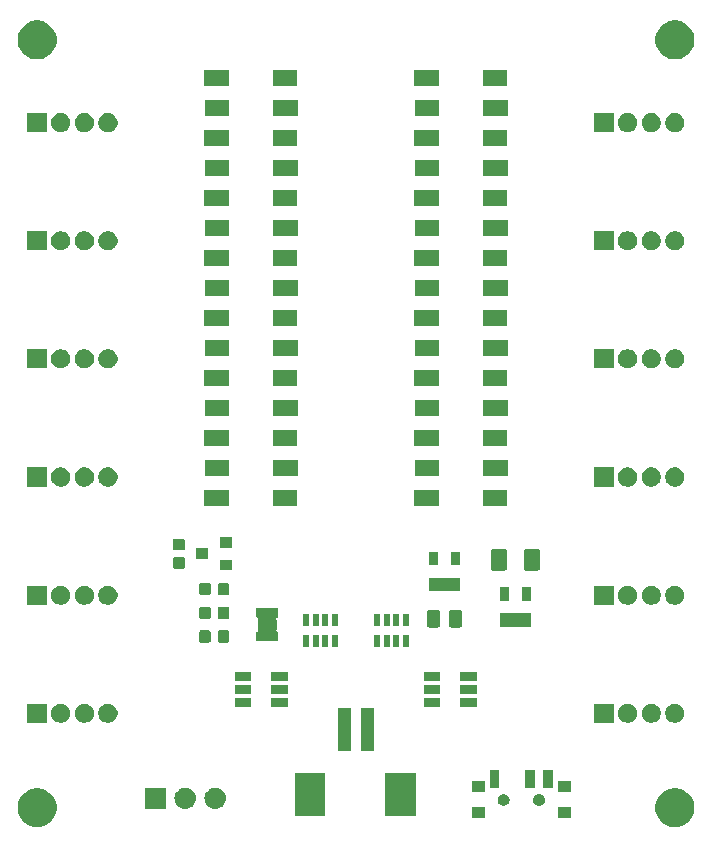
<source format=gbr>
G04 #@! TF.GenerationSoftware,KiCad,Pcbnew,(5.0.1-3-g963ef8bb5)*
G04 #@! TF.CreationDate,2020-02-17T10:00:22+01:00*
G04 #@! TF.ProjectId,studIOTmega_v11,73747564494F546D6567615F7631312E,rev?*
G04 #@! TF.SameCoordinates,Original*
G04 #@! TF.FileFunction,Soldermask,Top*
G04 #@! TF.FilePolarity,Negative*
%FSLAX46Y46*%
G04 Gerber Fmt 4.6, Leading zero omitted, Abs format (unit mm)*
G04 Created by KiCad (PCBNEW (5.0.1-3-g963ef8bb5)) date 2020 February 17, Monday 10:00:22*
%MOMM*%
%LPD*%
G01*
G04 APERTURE LIST*
%ADD10C,0.100000*%
G04 APERTURE END LIST*
D10*
G36*
X127375256Y-142391298D02*
X127481579Y-142412447D01*
X127782042Y-142536903D01*
X127816332Y-142559815D01*
X128052454Y-142717587D01*
X128282413Y-142947546D01*
X128463098Y-143217960D01*
X128587553Y-143518422D01*
X128651000Y-143837389D01*
X128651000Y-144162611D01*
X128587553Y-144481578D01*
X128463098Y-144782040D01*
X128282413Y-145052454D01*
X128052454Y-145282413D01*
X128052451Y-145282415D01*
X127782042Y-145463097D01*
X127481579Y-145587553D01*
X127375256Y-145608702D01*
X127162611Y-145651000D01*
X126837389Y-145651000D01*
X126624744Y-145608702D01*
X126518421Y-145587553D01*
X126217958Y-145463097D01*
X125947549Y-145282415D01*
X125947546Y-145282413D01*
X125717587Y-145052454D01*
X125536902Y-144782040D01*
X125412447Y-144481578D01*
X125349000Y-144162611D01*
X125349000Y-143837389D01*
X125412447Y-143518422D01*
X125536902Y-143217960D01*
X125717587Y-142947546D01*
X125947546Y-142717587D01*
X126183668Y-142559815D01*
X126217958Y-142536903D01*
X126518421Y-142412447D01*
X126624744Y-142391298D01*
X126837389Y-142349000D01*
X127162611Y-142349000D01*
X127375256Y-142391298D01*
X127375256Y-142391298D01*
G37*
G36*
X73375256Y-142391298D02*
X73481579Y-142412447D01*
X73782042Y-142536903D01*
X73816332Y-142559815D01*
X74052454Y-142717587D01*
X74282413Y-142947546D01*
X74463098Y-143217960D01*
X74587553Y-143518422D01*
X74651000Y-143837389D01*
X74651000Y-144162611D01*
X74587553Y-144481578D01*
X74463098Y-144782040D01*
X74282413Y-145052454D01*
X74052454Y-145282413D01*
X74052451Y-145282415D01*
X73782042Y-145463097D01*
X73481579Y-145587553D01*
X73375256Y-145608702D01*
X73162611Y-145651000D01*
X72837389Y-145651000D01*
X72624744Y-145608702D01*
X72518421Y-145587553D01*
X72217958Y-145463097D01*
X71947549Y-145282415D01*
X71947546Y-145282413D01*
X71717587Y-145052454D01*
X71536902Y-144782040D01*
X71412447Y-144481578D01*
X71349000Y-144162611D01*
X71349000Y-143837389D01*
X71412447Y-143518422D01*
X71536902Y-143217960D01*
X71717587Y-142947546D01*
X71947546Y-142717587D01*
X72183668Y-142559815D01*
X72217958Y-142536903D01*
X72518421Y-142412447D01*
X72624744Y-142391298D01*
X72837389Y-142349000D01*
X73162611Y-142349000D01*
X73375256Y-142391298D01*
X73375256Y-142391298D01*
G37*
G36*
X118201000Y-144881000D02*
X117099000Y-144881000D01*
X117099000Y-143979000D01*
X118201000Y-143979000D01*
X118201000Y-144881000D01*
X118201000Y-144881000D01*
G37*
G36*
X110901000Y-144881000D02*
X109799000Y-144881000D01*
X109799000Y-143979000D01*
X110901000Y-143979000D01*
X110901000Y-144881000D01*
X110901000Y-144881000D01*
G37*
G36*
X105101000Y-144701000D02*
X102499000Y-144701000D01*
X102499000Y-141099000D01*
X105101000Y-141099000D01*
X105101000Y-144701000D01*
X105101000Y-144701000D01*
G37*
G36*
X97401000Y-144701000D02*
X94799000Y-144701000D01*
X94799000Y-141099000D01*
X97401000Y-141099000D01*
X97401000Y-144701000D01*
X97401000Y-144701000D01*
G37*
G36*
X88190442Y-142305518D02*
X88256627Y-142312037D01*
X88369853Y-142346384D01*
X88426467Y-142363557D01*
X88517932Y-142412447D01*
X88582991Y-142447222D01*
X88618729Y-142476552D01*
X88720186Y-142559814D01*
X88803448Y-142661271D01*
X88832778Y-142697009D01*
X88832779Y-142697011D01*
X88916443Y-142853533D01*
X88916443Y-142853534D01*
X88967963Y-143023373D01*
X88985359Y-143200000D01*
X88967963Y-143376627D01*
X88937777Y-143476136D01*
X88916443Y-143546467D01*
X88861440Y-143649369D01*
X88832778Y-143702991D01*
X88819515Y-143719152D01*
X88720186Y-143840186D01*
X88618729Y-143923448D01*
X88582991Y-143952778D01*
X88582989Y-143952779D01*
X88426467Y-144036443D01*
X88369853Y-144053616D01*
X88256627Y-144087963D01*
X88190442Y-144094482D01*
X88124260Y-144101000D01*
X88035740Y-144101000D01*
X87969558Y-144094482D01*
X87903373Y-144087963D01*
X87790147Y-144053616D01*
X87733533Y-144036443D01*
X87577011Y-143952779D01*
X87577009Y-143952778D01*
X87541271Y-143923448D01*
X87439814Y-143840186D01*
X87340485Y-143719152D01*
X87327222Y-143702991D01*
X87298560Y-143649369D01*
X87243557Y-143546467D01*
X87222223Y-143476136D01*
X87192037Y-143376627D01*
X87174641Y-143200000D01*
X87192037Y-143023373D01*
X87243557Y-142853534D01*
X87243557Y-142853533D01*
X87327221Y-142697011D01*
X87327222Y-142697009D01*
X87356552Y-142661271D01*
X87439814Y-142559814D01*
X87541271Y-142476552D01*
X87577009Y-142447222D01*
X87642068Y-142412447D01*
X87733533Y-142363557D01*
X87790147Y-142346384D01*
X87903373Y-142312037D01*
X87969558Y-142305518D01*
X88035740Y-142299000D01*
X88124260Y-142299000D01*
X88190442Y-142305518D01*
X88190442Y-142305518D01*
G37*
G36*
X83901000Y-144101000D02*
X82099000Y-144101000D01*
X82099000Y-142299000D01*
X83901000Y-142299000D01*
X83901000Y-144101000D01*
X83901000Y-144101000D01*
G37*
G36*
X85650442Y-142305518D02*
X85716627Y-142312037D01*
X85829853Y-142346384D01*
X85886467Y-142363557D01*
X85977932Y-142412447D01*
X86042991Y-142447222D01*
X86078729Y-142476552D01*
X86180186Y-142559814D01*
X86263448Y-142661271D01*
X86292778Y-142697009D01*
X86292779Y-142697011D01*
X86376443Y-142853533D01*
X86376443Y-142853534D01*
X86427963Y-143023373D01*
X86445359Y-143200000D01*
X86427963Y-143376627D01*
X86397777Y-143476136D01*
X86376443Y-143546467D01*
X86321440Y-143649369D01*
X86292778Y-143702991D01*
X86279515Y-143719152D01*
X86180186Y-143840186D01*
X86078729Y-143923448D01*
X86042991Y-143952778D01*
X86042989Y-143952779D01*
X85886467Y-144036443D01*
X85829853Y-144053616D01*
X85716627Y-144087963D01*
X85650442Y-144094482D01*
X85584260Y-144101000D01*
X85495740Y-144101000D01*
X85429558Y-144094482D01*
X85363373Y-144087963D01*
X85250147Y-144053616D01*
X85193533Y-144036443D01*
X85037011Y-143952779D01*
X85037009Y-143952778D01*
X85001271Y-143923448D01*
X84899814Y-143840186D01*
X84800485Y-143719152D01*
X84787222Y-143702991D01*
X84758560Y-143649369D01*
X84703557Y-143546467D01*
X84682223Y-143476136D01*
X84652037Y-143376627D01*
X84634641Y-143200000D01*
X84652037Y-143023373D01*
X84703557Y-142853534D01*
X84703557Y-142853533D01*
X84787221Y-142697011D01*
X84787222Y-142697009D01*
X84816552Y-142661271D01*
X84899814Y-142559814D01*
X85001271Y-142476552D01*
X85037009Y-142447222D01*
X85102068Y-142412447D01*
X85193533Y-142363557D01*
X85250147Y-142346384D01*
X85363373Y-142312037D01*
X85429558Y-142305518D01*
X85495740Y-142299000D01*
X85584260Y-142299000D01*
X85650442Y-142305518D01*
X85650442Y-142305518D01*
G37*
G36*
X115646136Y-142848253D02*
X115737312Y-142886019D01*
X115819372Y-142940850D01*
X115889150Y-143010628D01*
X115943981Y-143092688D01*
X115981747Y-143183864D01*
X116001000Y-143280656D01*
X116001000Y-143379344D01*
X115981747Y-143476136D01*
X115943981Y-143567312D01*
X115889150Y-143649372D01*
X115819372Y-143719150D01*
X115737312Y-143773981D01*
X115646136Y-143811747D01*
X115549344Y-143831000D01*
X115450656Y-143831000D01*
X115353864Y-143811747D01*
X115262688Y-143773981D01*
X115180628Y-143719150D01*
X115110850Y-143649372D01*
X115056019Y-143567312D01*
X115018253Y-143476136D01*
X114999000Y-143379344D01*
X114999000Y-143280656D01*
X115018253Y-143183864D01*
X115056019Y-143092688D01*
X115110850Y-143010628D01*
X115180628Y-142940850D01*
X115262688Y-142886019D01*
X115353864Y-142848253D01*
X115450656Y-142829000D01*
X115549344Y-142829000D01*
X115646136Y-142848253D01*
X115646136Y-142848253D01*
G37*
G36*
X112646136Y-142848253D02*
X112737312Y-142886019D01*
X112819372Y-142940850D01*
X112889150Y-143010628D01*
X112943981Y-143092688D01*
X112981747Y-143183864D01*
X113001000Y-143280656D01*
X113001000Y-143379344D01*
X112981747Y-143476136D01*
X112943981Y-143567312D01*
X112889150Y-143649372D01*
X112819372Y-143719150D01*
X112737312Y-143773981D01*
X112646136Y-143811747D01*
X112549344Y-143831000D01*
X112450656Y-143831000D01*
X112353864Y-143811747D01*
X112262688Y-143773981D01*
X112180628Y-143719150D01*
X112110850Y-143649372D01*
X112056019Y-143567312D01*
X112018253Y-143476136D01*
X111999000Y-143379344D01*
X111999000Y-143280656D01*
X112018253Y-143183864D01*
X112056019Y-143092688D01*
X112110850Y-143010628D01*
X112180628Y-142940850D01*
X112262688Y-142886019D01*
X112353864Y-142848253D01*
X112450656Y-142829000D01*
X112549344Y-142829000D01*
X112646136Y-142848253D01*
X112646136Y-142848253D01*
G37*
G36*
X118201000Y-142671000D02*
X117099000Y-142671000D01*
X117099000Y-141769000D01*
X118201000Y-141769000D01*
X118201000Y-142671000D01*
X118201000Y-142671000D01*
G37*
G36*
X110901000Y-142671000D02*
X109799000Y-142671000D01*
X109799000Y-141769000D01*
X110901000Y-141769000D01*
X110901000Y-142671000D01*
X110901000Y-142671000D01*
G37*
G36*
X116651000Y-142371000D02*
X115849000Y-142371000D01*
X115849000Y-140769000D01*
X116651000Y-140769000D01*
X116651000Y-142371000D01*
X116651000Y-142371000D01*
G37*
G36*
X112151000Y-142371000D02*
X111349000Y-142371000D01*
X111349000Y-140769000D01*
X112151000Y-140769000D01*
X112151000Y-142371000D01*
X112151000Y-142371000D01*
G37*
G36*
X115151000Y-142371000D02*
X114349000Y-142371000D01*
X114349000Y-140769000D01*
X115151000Y-140769000D01*
X115151000Y-142371000D01*
X115151000Y-142371000D01*
G37*
G36*
X101551000Y-139201000D02*
X100449000Y-139201000D01*
X100449000Y-135599000D01*
X101551000Y-135599000D01*
X101551000Y-139201000D01*
X101551000Y-139201000D01*
G37*
G36*
X99551000Y-139201000D02*
X98449000Y-139201000D01*
X98449000Y-135599000D01*
X99551000Y-135599000D01*
X99551000Y-139201000D01*
X99551000Y-139201000D01*
G37*
G36*
X75237142Y-135218242D02*
X75385102Y-135279530D01*
X75518258Y-135368502D01*
X75631498Y-135481742D01*
X75720470Y-135614898D01*
X75781758Y-135762858D01*
X75813000Y-135919925D01*
X75813000Y-136080075D01*
X75781758Y-136237142D01*
X75720470Y-136385102D01*
X75631498Y-136518258D01*
X75518258Y-136631498D01*
X75385102Y-136720470D01*
X75237142Y-136781758D01*
X75080075Y-136813000D01*
X74919925Y-136813000D01*
X74762858Y-136781758D01*
X74614898Y-136720470D01*
X74481742Y-136631498D01*
X74368502Y-136518258D01*
X74279530Y-136385102D01*
X74218242Y-136237142D01*
X74187000Y-136080075D01*
X74187000Y-135919925D01*
X74218242Y-135762858D01*
X74279530Y-135614898D01*
X74368502Y-135481742D01*
X74481742Y-135368502D01*
X74614898Y-135279530D01*
X74762858Y-135218242D01*
X74919925Y-135187000D01*
X75080075Y-135187000D01*
X75237142Y-135218242D01*
X75237142Y-135218242D01*
G37*
G36*
X73813000Y-136813000D02*
X72187000Y-136813000D01*
X72187000Y-135187000D01*
X73813000Y-135187000D01*
X73813000Y-136813000D01*
X73813000Y-136813000D01*
G37*
G36*
X77237142Y-135218242D02*
X77385102Y-135279530D01*
X77518258Y-135368502D01*
X77631498Y-135481742D01*
X77720470Y-135614898D01*
X77781758Y-135762858D01*
X77813000Y-135919925D01*
X77813000Y-136080075D01*
X77781758Y-136237142D01*
X77720470Y-136385102D01*
X77631498Y-136518258D01*
X77518258Y-136631498D01*
X77385102Y-136720470D01*
X77237142Y-136781758D01*
X77080075Y-136813000D01*
X76919925Y-136813000D01*
X76762858Y-136781758D01*
X76614898Y-136720470D01*
X76481742Y-136631498D01*
X76368502Y-136518258D01*
X76279530Y-136385102D01*
X76218242Y-136237142D01*
X76187000Y-136080075D01*
X76187000Y-135919925D01*
X76218242Y-135762858D01*
X76279530Y-135614898D01*
X76368502Y-135481742D01*
X76481742Y-135368502D01*
X76614898Y-135279530D01*
X76762858Y-135218242D01*
X76919925Y-135187000D01*
X77080075Y-135187000D01*
X77237142Y-135218242D01*
X77237142Y-135218242D01*
G37*
G36*
X79237142Y-135218242D02*
X79385102Y-135279530D01*
X79518258Y-135368502D01*
X79631498Y-135481742D01*
X79720470Y-135614898D01*
X79781758Y-135762858D01*
X79813000Y-135919925D01*
X79813000Y-136080075D01*
X79781758Y-136237142D01*
X79720470Y-136385102D01*
X79631498Y-136518258D01*
X79518258Y-136631498D01*
X79385102Y-136720470D01*
X79237142Y-136781758D01*
X79080075Y-136813000D01*
X78919925Y-136813000D01*
X78762858Y-136781758D01*
X78614898Y-136720470D01*
X78481742Y-136631498D01*
X78368502Y-136518258D01*
X78279530Y-136385102D01*
X78218242Y-136237142D01*
X78187000Y-136080075D01*
X78187000Y-135919925D01*
X78218242Y-135762858D01*
X78279530Y-135614898D01*
X78368502Y-135481742D01*
X78481742Y-135368502D01*
X78614898Y-135279530D01*
X78762858Y-135218242D01*
X78919925Y-135187000D01*
X79080075Y-135187000D01*
X79237142Y-135218242D01*
X79237142Y-135218242D01*
G37*
G36*
X123237142Y-135218242D02*
X123385102Y-135279530D01*
X123518258Y-135368502D01*
X123631498Y-135481742D01*
X123720470Y-135614898D01*
X123781758Y-135762858D01*
X123813000Y-135919925D01*
X123813000Y-136080075D01*
X123781758Y-136237142D01*
X123720470Y-136385102D01*
X123631498Y-136518258D01*
X123518258Y-136631498D01*
X123385102Y-136720470D01*
X123237142Y-136781758D01*
X123080075Y-136813000D01*
X122919925Y-136813000D01*
X122762858Y-136781758D01*
X122614898Y-136720470D01*
X122481742Y-136631498D01*
X122368502Y-136518258D01*
X122279530Y-136385102D01*
X122218242Y-136237142D01*
X122187000Y-136080075D01*
X122187000Y-135919925D01*
X122218242Y-135762858D01*
X122279530Y-135614898D01*
X122368502Y-135481742D01*
X122481742Y-135368502D01*
X122614898Y-135279530D01*
X122762858Y-135218242D01*
X122919925Y-135187000D01*
X123080075Y-135187000D01*
X123237142Y-135218242D01*
X123237142Y-135218242D01*
G37*
G36*
X125237142Y-135218242D02*
X125385102Y-135279530D01*
X125518258Y-135368502D01*
X125631498Y-135481742D01*
X125720470Y-135614898D01*
X125781758Y-135762858D01*
X125813000Y-135919925D01*
X125813000Y-136080075D01*
X125781758Y-136237142D01*
X125720470Y-136385102D01*
X125631498Y-136518258D01*
X125518258Y-136631498D01*
X125385102Y-136720470D01*
X125237142Y-136781758D01*
X125080075Y-136813000D01*
X124919925Y-136813000D01*
X124762858Y-136781758D01*
X124614898Y-136720470D01*
X124481742Y-136631498D01*
X124368502Y-136518258D01*
X124279530Y-136385102D01*
X124218242Y-136237142D01*
X124187000Y-136080075D01*
X124187000Y-135919925D01*
X124218242Y-135762858D01*
X124279530Y-135614898D01*
X124368502Y-135481742D01*
X124481742Y-135368502D01*
X124614898Y-135279530D01*
X124762858Y-135218242D01*
X124919925Y-135187000D01*
X125080075Y-135187000D01*
X125237142Y-135218242D01*
X125237142Y-135218242D01*
G37*
G36*
X127237142Y-135218242D02*
X127385102Y-135279530D01*
X127518258Y-135368502D01*
X127631498Y-135481742D01*
X127720470Y-135614898D01*
X127781758Y-135762858D01*
X127813000Y-135919925D01*
X127813000Y-136080075D01*
X127781758Y-136237142D01*
X127720470Y-136385102D01*
X127631498Y-136518258D01*
X127518258Y-136631498D01*
X127385102Y-136720470D01*
X127237142Y-136781758D01*
X127080075Y-136813000D01*
X126919925Y-136813000D01*
X126762858Y-136781758D01*
X126614898Y-136720470D01*
X126481742Y-136631498D01*
X126368502Y-136518258D01*
X126279530Y-136385102D01*
X126218242Y-136237142D01*
X126187000Y-136080075D01*
X126187000Y-135919925D01*
X126218242Y-135762858D01*
X126279530Y-135614898D01*
X126368502Y-135481742D01*
X126481742Y-135368502D01*
X126614898Y-135279530D01*
X126762858Y-135218242D01*
X126919925Y-135187000D01*
X127080075Y-135187000D01*
X127237142Y-135218242D01*
X127237142Y-135218242D01*
G37*
G36*
X121813000Y-136813000D02*
X120187000Y-136813000D01*
X120187000Y-135187000D01*
X121813000Y-135187000D01*
X121813000Y-136813000D01*
X121813000Y-136813000D01*
G37*
G36*
X94251000Y-135501000D02*
X92849000Y-135501000D01*
X92849000Y-134699000D01*
X94251000Y-134699000D01*
X94251000Y-135501000D01*
X94251000Y-135501000D01*
G37*
G36*
X91151000Y-135501000D02*
X89749000Y-135501000D01*
X89749000Y-134699000D01*
X91151000Y-134699000D01*
X91151000Y-135501000D01*
X91151000Y-135501000D01*
G37*
G36*
X107151000Y-135501000D02*
X105749000Y-135501000D01*
X105749000Y-134699000D01*
X107151000Y-134699000D01*
X107151000Y-135501000D01*
X107151000Y-135501000D01*
G37*
G36*
X110251000Y-135501000D02*
X108849000Y-135501000D01*
X108849000Y-134699000D01*
X110251000Y-134699000D01*
X110251000Y-135501000D01*
X110251000Y-135501000D01*
G37*
G36*
X94251000Y-134401000D02*
X92849000Y-134401000D01*
X92849000Y-133599000D01*
X94251000Y-133599000D01*
X94251000Y-134401000D01*
X94251000Y-134401000D01*
G37*
G36*
X91151000Y-134401000D02*
X89749000Y-134401000D01*
X89749000Y-133599000D01*
X91151000Y-133599000D01*
X91151000Y-134401000D01*
X91151000Y-134401000D01*
G37*
G36*
X107151000Y-134401000D02*
X105749000Y-134401000D01*
X105749000Y-133599000D01*
X107151000Y-133599000D01*
X107151000Y-134401000D01*
X107151000Y-134401000D01*
G37*
G36*
X110251000Y-134401000D02*
X108849000Y-134401000D01*
X108849000Y-133599000D01*
X110251000Y-133599000D01*
X110251000Y-134401000D01*
X110251000Y-134401000D01*
G37*
G36*
X110251000Y-133301000D02*
X108849000Y-133301000D01*
X108849000Y-132499000D01*
X110251000Y-132499000D01*
X110251000Y-133301000D01*
X110251000Y-133301000D01*
G37*
G36*
X107151000Y-133301000D02*
X105749000Y-133301000D01*
X105749000Y-132499000D01*
X107151000Y-132499000D01*
X107151000Y-133301000D01*
X107151000Y-133301000D01*
G37*
G36*
X94251000Y-133301000D02*
X92849000Y-133301000D01*
X92849000Y-132499000D01*
X94251000Y-132499000D01*
X94251000Y-133301000D01*
X94251000Y-133301000D01*
G37*
G36*
X91151000Y-133301000D02*
X89749000Y-133301000D01*
X89749000Y-132499000D01*
X91151000Y-132499000D01*
X91151000Y-133301000D01*
X91151000Y-133301000D01*
G37*
G36*
X96851000Y-130401000D02*
X96349000Y-130401000D01*
X96349000Y-129399000D01*
X96851000Y-129399000D01*
X96851000Y-130401000D01*
X96851000Y-130401000D01*
G37*
G36*
X104451000Y-130401000D02*
X103949000Y-130401000D01*
X103949000Y-129399000D01*
X104451000Y-129399000D01*
X104451000Y-130401000D01*
X104451000Y-130401000D01*
G37*
G36*
X103651000Y-130401000D02*
X103149000Y-130401000D01*
X103149000Y-129399000D01*
X103651000Y-129399000D01*
X103651000Y-130401000D01*
X103651000Y-130401000D01*
G37*
G36*
X102851000Y-130401000D02*
X102349000Y-130401000D01*
X102349000Y-129399000D01*
X102851000Y-129399000D01*
X102851000Y-130401000D01*
X102851000Y-130401000D01*
G37*
G36*
X102051000Y-130401000D02*
X101549000Y-130401000D01*
X101549000Y-129399000D01*
X102051000Y-129399000D01*
X102051000Y-130401000D01*
X102051000Y-130401000D01*
G37*
G36*
X98451000Y-130401000D02*
X97949000Y-130401000D01*
X97949000Y-129399000D01*
X98451000Y-129399000D01*
X98451000Y-130401000D01*
X98451000Y-130401000D01*
G37*
G36*
X97651000Y-130401000D02*
X97149000Y-130401000D01*
X97149000Y-129399000D01*
X97651000Y-129399000D01*
X97651000Y-130401000D01*
X97651000Y-130401000D01*
G37*
G36*
X96051000Y-130401000D02*
X95549000Y-130401000D01*
X95549000Y-129399000D01*
X96051000Y-129399000D01*
X96051000Y-130401000D01*
X96051000Y-130401000D01*
G37*
G36*
X89129591Y-128978085D02*
X89163569Y-128988393D01*
X89194887Y-129005133D01*
X89222339Y-129027661D01*
X89244867Y-129055113D01*
X89261607Y-129086431D01*
X89271915Y-129120409D01*
X89276000Y-129161890D01*
X89276000Y-129838110D01*
X89271915Y-129879591D01*
X89261607Y-129913569D01*
X89244867Y-129944887D01*
X89222339Y-129972339D01*
X89194887Y-129994867D01*
X89163569Y-130011607D01*
X89129591Y-130021915D01*
X89088110Y-130026000D01*
X88486890Y-130026000D01*
X88445409Y-130021915D01*
X88411431Y-130011607D01*
X88380113Y-129994867D01*
X88352661Y-129972339D01*
X88330133Y-129944887D01*
X88313393Y-129913569D01*
X88303085Y-129879591D01*
X88299000Y-129838110D01*
X88299000Y-129161890D01*
X88303085Y-129120409D01*
X88313393Y-129086431D01*
X88330133Y-129055113D01*
X88352661Y-129027661D01*
X88380113Y-129005133D01*
X88411431Y-128988393D01*
X88445409Y-128978085D01*
X88486890Y-128974000D01*
X89088110Y-128974000D01*
X89129591Y-128978085D01*
X89129591Y-128978085D01*
G37*
G36*
X87554591Y-128978085D02*
X87588569Y-128988393D01*
X87619887Y-129005133D01*
X87647339Y-129027661D01*
X87669867Y-129055113D01*
X87686607Y-129086431D01*
X87696915Y-129120409D01*
X87701000Y-129161890D01*
X87701000Y-129838110D01*
X87696915Y-129879591D01*
X87686607Y-129913569D01*
X87669867Y-129944887D01*
X87647339Y-129972339D01*
X87619887Y-129994867D01*
X87588569Y-130011607D01*
X87554591Y-130021915D01*
X87513110Y-130026000D01*
X86911890Y-130026000D01*
X86870409Y-130021915D01*
X86836431Y-130011607D01*
X86805113Y-129994867D01*
X86777661Y-129972339D01*
X86755133Y-129944887D01*
X86738393Y-129913569D01*
X86728085Y-129879591D01*
X86724000Y-129838110D01*
X86724000Y-129161890D01*
X86728085Y-129120409D01*
X86738393Y-129086431D01*
X86755133Y-129055113D01*
X86777661Y-129027661D01*
X86805113Y-129005133D01*
X86836431Y-128988393D01*
X86870409Y-128978085D01*
X86911890Y-128974000D01*
X87513110Y-128974000D01*
X87554591Y-128978085D01*
X87554591Y-128978085D01*
G37*
G36*
X91905357Y-127100083D02*
X91910028Y-127101500D01*
X91914330Y-127103800D01*
X91920705Y-127109031D01*
X91941080Y-127122644D01*
X91963719Y-127132020D01*
X91987753Y-127136800D01*
X92012257Y-127136799D01*
X92036291Y-127132017D01*
X92058929Y-127122639D01*
X92079295Y-127109031D01*
X92085670Y-127103800D01*
X92089972Y-127101500D01*
X92094643Y-127100083D01*
X92105641Y-127099000D01*
X92394359Y-127099000D01*
X92405357Y-127100083D01*
X92410028Y-127101500D01*
X92414330Y-127103800D01*
X92420705Y-127109031D01*
X92441080Y-127122644D01*
X92463719Y-127132020D01*
X92487753Y-127136800D01*
X92512257Y-127136799D01*
X92536291Y-127132017D01*
X92558929Y-127122639D01*
X92579295Y-127109031D01*
X92585670Y-127103800D01*
X92589972Y-127101500D01*
X92594643Y-127100083D01*
X92605641Y-127099000D01*
X92894359Y-127099000D01*
X92905357Y-127100083D01*
X92910028Y-127101500D01*
X92914330Y-127103800D01*
X92920705Y-127109031D01*
X92941080Y-127122644D01*
X92963719Y-127132020D01*
X92987753Y-127136800D01*
X93012257Y-127136799D01*
X93036291Y-127132017D01*
X93058929Y-127122639D01*
X93079295Y-127109031D01*
X93085670Y-127103800D01*
X93089972Y-127101500D01*
X93094643Y-127100083D01*
X93105641Y-127099000D01*
X93394359Y-127099000D01*
X93405357Y-127100083D01*
X93410028Y-127101500D01*
X93414330Y-127103800D01*
X93418104Y-127106896D01*
X93421200Y-127110670D01*
X93423500Y-127114972D01*
X93424917Y-127119643D01*
X93426000Y-127130641D01*
X93426000Y-127869359D01*
X93424917Y-127880357D01*
X93423500Y-127885028D01*
X93421200Y-127889330D01*
X93418104Y-127893104D01*
X93414330Y-127896200D01*
X93410028Y-127898500D01*
X93405357Y-127899917D01*
X93394359Y-127901000D01*
X93380141Y-127901000D01*
X93355755Y-127903402D01*
X93332306Y-127910515D01*
X93310695Y-127922066D01*
X93291753Y-127937612D01*
X93276207Y-127956554D01*
X93264656Y-127978165D01*
X93257543Y-128001614D01*
X93255141Y-128026000D01*
X93257543Y-128050386D01*
X93264656Y-128073835D01*
X93269901Y-128084926D01*
X93286132Y-128115292D01*
X93296795Y-128150440D01*
X93301000Y-128193140D01*
X93301000Y-128806860D01*
X93296795Y-128849560D01*
X93286132Y-128884708D01*
X93269901Y-128915074D01*
X93260524Y-128937713D01*
X93255743Y-128961747D01*
X93255743Y-128986251D01*
X93260523Y-129010285D01*
X93269900Y-129032924D01*
X93283514Y-129053298D01*
X93300841Y-129070626D01*
X93321215Y-129084240D01*
X93343854Y-129093617D01*
X93367888Y-129098398D01*
X93380141Y-129099000D01*
X93394359Y-129099000D01*
X93405357Y-129100083D01*
X93410028Y-129101500D01*
X93414330Y-129103800D01*
X93418104Y-129106896D01*
X93421200Y-129110670D01*
X93423500Y-129114972D01*
X93424917Y-129119643D01*
X93426000Y-129130641D01*
X93426000Y-129869359D01*
X93424917Y-129880357D01*
X93423500Y-129885028D01*
X93421200Y-129889330D01*
X93418104Y-129893104D01*
X93414330Y-129896200D01*
X93410028Y-129898500D01*
X93405357Y-129899917D01*
X93394359Y-129901000D01*
X93105641Y-129901000D01*
X93094643Y-129899917D01*
X93089972Y-129898500D01*
X93085670Y-129896200D01*
X93079295Y-129890969D01*
X93058920Y-129877356D01*
X93036281Y-129867980D01*
X93012247Y-129863200D01*
X92987743Y-129863201D01*
X92963709Y-129867983D01*
X92941071Y-129877361D01*
X92920705Y-129890969D01*
X92914330Y-129896200D01*
X92910028Y-129898500D01*
X92905357Y-129899917D01*
X92894359Y-129901000D01*
X92605641Y-129901000D01*
X92594643Y-129899917D01*
X92589972Y-129898500D01*
X92585670Y-129896200D01*
X92579295Y-129890969D01*
X92558920Y-129877356D01*
X92536281Y-129867980D01*
X92512247Y-129863200D01*
X92487743Y-129863201D01*
X92463709Y-129867983D01*
X92441071Y-129877361D01*
X92420705Y-129890969D01*
X92414330Y-129896200D01*
X92410028Y-129898500D01*
X92405357Y-129899917D01*
X92394359Y-129901000D01*
X92105641Y-129901000D01*
X92094643Y-129899917D01*
X92089972Y-129898500D01*
X92085670Y-129896200D01*
X92079295Y-129890969D01*
X92058920Y-129877356D01*
X92036281Y-129867980D01*
X92012247Y-129863200D01*
X91987743Y-129863201D01*
X91963709Y-129867983D01*
X91941071Y-129877361D01*
X91920705Y-129890969D01*
X91914330Y-129896200D01*
X91910028Y-129898500D01*
X91905357Y-129899917D01*
X91894359Y-129901000D01*
X91605641Y-129901000D01*
X91594643Y-129899917D01*
X91589972Y-129898500D01*
X91585670Y-129896200D01*
X91581896Y-129893104D01*
X91578800Y-129889330D01*
X91576500Y-129885028D01*
X91575083Y-129880357D01*
X91574000Y-129869359D01*
X91574000Y-129130641D01*
X91575083Y-129119643D01*
X91576500Y-129114972D01*
X91578800Y-129110670D01*
X91581896Y-129106896D01*
X91585670Y-129103800D01*
X91589972Y-129101500D01*
X91594643Y-129100083D01*
X91605641Y-129099000D01*
X91619859Y-129099000D01*
X91644245Y-129096598D01*
X91667694Y-129089485D01*
X91689305Y-129077934D01*
X91708247Y-129062388D01*
X91723793Y-129043446D01*
X91735344Y-129021835D01*
X91742457Y-128998386D01*
X91744859Y-128974000D01*
X91742457Y-128949614D01*
X91735344Y-128926165D01*
X91730099Y-128915074D01*
X91713868Y-128884708D01*
X91703205Y-128849560D01*
X91699000Y-128806860D01*
X91699000Y-128193140D01*
X91703205Y-128150440D01*
X91713868Y-128115292D01*
X91730099Y-128084926D01*
X91739476Y-128062287D01*
X91744257Y-128038253D01*
X91744257Y-128013749D01*
X91739477Y-127989715D01*
X91730100Y-127967076D01*
X91716486Y-127946702D01*
X91699159Y-127929374D01*
X91678785Y-127915760D01*
X91656146Y-127906383D01*
X91632112Y-127901602D01*
X91619859Y-127901000D01*
X91605641Y-127901000D01*
X91594643Y-127899917D01*
X91589972Y-127898500D01*
X91585670Y-127896200D01*
X91581896Y-127893104D01*
X91578800Y-127889330D01*
X91576500Y-127885028D01*
X91575083Y-127880357D01*
X91574000Y-127869359D01*
X91574000Y-127130641D01*
X91575083Y-127119643D01*
X91576500Y-127114972D01*
X91578800Y-127110670D01*
X91581896Y-127106896D01*
X91585670Y-127103800D01*
X91589972Y-127101500D01*
X91594643Y-127100083D01*
X91605641Y-127099000D01*
X91894359Y-127099000D01*
X91905357Y-127100083D01*
X91905357Y-127100083D01*
G37*
G36*
X106934466Y-127253565D02*
X106973137Y-127265296D01*
X107008779Y-127284348D01*
X107040017Y-127309983D01*
X107065652Y-127341221D01*
X107084704Y-127376863D01*
X107096435Y-127415534D01*
X107101000Y-127461888D01*
X107101000Y-128538112D01*
X107096435Y-128584466D01*
X107084704Y-128623137D01*
X107065652Y-128658779D01*
X107040017Y-128690017D01*
X107008779Y-128715652D01*
X106973137Y-128734704D01*
X106934466Y-128746435D01*
X106888112Y-128751000D01*
X106236888Y-128751000D01*
X106190534Y-128746435D01*
X106151863Y-128734704D01*
X106116221Y-128715652D01*
X106084983Y-128690017D01*
X106059348Y-128658779D01*
X106040296Y-128623137D01*
X106028565Y-128584466D01*
X106024000Y-128538112D01*
X106024000Y-127461888D01*
X106028565Y-127415534D01*
X106040296Y-127376863D01*
X106059348Y-127341221D01*
X106084983Y-127309983D01*
X106116221Y-127284348D01*
X106151863Y-127265296D01*
X106190534Y-127253565D01*
X106236888Y-127249000D01*
X106888112Y-127249000D01*
X106934466Y-127253565D01*
X106934466Y-127253565D01*
G37*
G36*
X108809466Y-127253565D02*
X108848137Y-127265296D01*
X108883779Y-127284348D01*
X108915017Y-127309983D01*
X108940652Y-127341221D01*
X108959704Y-127376863D01*
X108971435Y-127415534D01*
X108976000Y-127461888D01*
X108976000Y-128538112D01*
X108971435Y-128584466D01*
X108959704Y-128623137D01*
X108940652Y-128658779D01*
X108915017Y-128690017D01*
X108883779Y-128715652D01*
X108848137Y-128734704D01*
X108809466Y-128746435D01*
X108763112Y-128751000D01*
X108111888Y-128751000D01*
X108065534Y-128746435D01*
X108026863Y-128734704D01*
X107991221Y-128715652D01*
X107959983Y-128690017D01*
X107934348Y-128658779D01*
X107915296Y-128623137D01*
X107903565Y-128584466D01*
X107899000Y-128538112D01*
X107899000Y-127461888D01*
X107903565Y-127415534D01*
X107915296Y-127376863D01*
X107934348Y-127341221D01*
X107959983Y-127309983D01*
X107991221Y-127284348D01*
X108026863Y-127265296D01*
X108065534Y-127253565D01*
X108111888Y-127249000D01*
X108763112Y-127249000D01*
X108809466Y-127253565D01*
X108809466Y-127253565D01*
G37*
G36*
X114826000Y-128681000D02*
X112174000Y-128681000D01*
X112174000Y-127519000D01*
X114826000Y-127519000D01*
X114826000Y-128681000D01*
X114826000Y-128681000D01*
G37*
G36*
X103651000Y-128601000D02*
X103149000Y-128601000D01*
X103149000Y-127599000D01*
X103651000Y-127599000D01*
X103651000Y-128601000D01*
X103651000Y-128601000D01*
G37*
G36*
X102851000Y-128601000D02*
X102349000Y-128601000D01*
X102349000Y-127599000D01*
X102851000Y-127599000D01*
X102851000Y-128601000D01*
X102851000Y-128601000D01*
G37*
G36*
X96051000Y-128601000D02*
X95549000Y-128601000D01*
X95549000Y-127599000D01*
X96051000Y-127599000D01*
X96051000Y-128601000D01*
X96051000Y-128601000D01*
G37*
G36*
X96851000Y-128601000D02*
X96349000Y-128601000D01*
X96349000Y-127599000D01*
X96851000Y-127599000D01*
X96851000Y-128601000D01*
X96851000Y-128601000D01*
G37*
G36*
X97651000Y-128601000D02*
X97149000Y-128601000D01*
X97149000Y-127599000D01*
X97651000Y-127599000D01*
X97651000Y-128601000D01*
X97651000Y-128601000D01*
G37*
G36*
X98451000Y-128601000D02*
X97949000Y-128601000D01*
X97949000Y-127599000D01*
X98451000Y-127599000D01*
X98451000Y-128601000D01*
X98451000Y-128601000D01*
G37*
G36*
X104451000Y-128601000D02*
X103949000Y-128601000D01*
X103949000Y-127599000D01*
X104451000Y-127599000D01*
X104451000Y-128601000D01*
X104451000Y-128601000D01*
G37*
G36*
X102051000Y-128601000D02*
X101549000Y-128601000D01*
X101549000Y-127599000D01*
X102051000Y-127599000D01*
X102051000Y-128601000D01*
X102051000Y-128601000D01*
G37*
G36*
X87554591Y-126978085D02*
X87588569Y-126988393D01*
X87619887Y-127005133D01*
X87647339Y-127027661D01*
X87669867Y-127055113D01*
X87686607Y-127086431D01*
X87696915Y-127120409D01*
X87701000Y-127161890D01*
X87701000Y-127838110D01*
X87696915Y-127879591D01*
X87686607Y-127913569D01*
X87669867Y-127944887D01*
X87647339Y-127972339D01*
X87619887Y-127994867D01*
X87588569Y-128011607D01*
X87554591Y-128021915D01*
X87513110Y-128026000D01*
X86911890Y-128026000D01*
X86870409Y-128021915D01*
X86836431Y-128011607D01*
X86805113Y-127994867D01*
X86777661Y-127972339D01*
X86755133Y-127944887D01*
X86738393Y-127913569D01*
X86728085Y-127879591D01*
X86724000Y-127838110D01*
X86724000Y-127161890D01*
X86728085Y-127120409D01*
X86738393Y-127086431D01*
X86755133Y-127055113D01*
X86777661Y-127027661D01*
X86805113Y-127005133D01*
X86836431Y-126988393D01*
X86870409Y-126978085D01*
X86911890Y-126974000D01*
X87513110Y-126974000D01*
X87554591Y-126978085D01*
X87554591Y-126978085D01*
G37*
G36*
X89129591Y-126978085D02*
X89163569Y-126988393D01*
X89194887Y-127005133D01*
X89222339Y-127027661D01*
X89244867Y-127055113D01*
X89261607Y-127086431D01*
X89271915Y-127120409D01*
X89276000Y-127161890D01*
X89276000Y-127838110D01*
X89271915Y-127879591D01*
X89261607Y-127913569D01*
X89244867Y-127944887D01*
X89222339Y-127972339D01*
X89194887Y-127994867D01*
X89163569Y-128011607D01*
X89129591Y-128021915D01*
X89088110Y-128026000D01*
X88486890Y-128026000D01*
X88445409Y-128021915D01*
X88411431Y-128011607D01*
X88380113Y-127994867D01*
X88352661Y-127972339D01*
X88330133Y-127944887D01*
X88313393Y-127913569D01*
X88303085Y-127879591D01*
X88299000Y-127838110D01*
X88299000Y-127161890D01*
X88303085Y-127120409D01*
X88313393Y-127086431D01*
X88330133Y-127055113D01*
X88352661Y-127027661D01*
X88380113Y-127005133D01*
X88411431Y-126988393D01*
X88445409Y-126978085D01*
X88486890Y-126974000D01*
X89088110Y-126974000D01*
X89129591Y-126978085D01*
X89129591Y-126978085D01*
G37*
G36*
X125237142Y-125218242D02*
X125385102Y-125279530D01*
X125518258Y-125368502D01*
X125631498Y-125481742D01*
X125720470Y-125614898D01*
X125781758Y-125762858D01*
X125813000Y-125919925D01*
X125813000Y-126080075D01*
X125781758Y-126237142D01*
X125720470Y-126385102D01*
X125631498Y-126518258D01*
X125518258Y-126631498D01*
X125385102Y-126720470D01*
X125237142Y-126781758D01*
X125080075Y-126813000D01*
X124919925Y-126813000D01*
X124762858Y-126781758D01*
X124614898Y-126720470D01*
X124481742Y-126631498D01*
X124368502Y-126518258D01*
X124279530Y-126385102D01*
X124218242Y-126237142D01*
X124187000Y-126080075D01*
X124187000Y-125919925D01*
X124218242Y-125762858D01*
X124279530Y-125614898D01*
X124368502Y-125481742D01*
X124481742Y-125368502D01*
X124614898Y-125279530D01*
X124762858Y-125218242D01*
X124919925Y-125187000D01*
X125080075Y-125187000D01*
X125237142Y-125218242D01*
X125237142Y-125218242D01*
G37*
G36*
X127237142Y-125218242D02*
X127385102Y-125279530D01*
X127518258Y-125368502D01*
X127631498Y-125481742D01*
X127720470Y-125614898D01*
X127781758Y-125762858D01*
X127813000Y-125919925D01*
X127813000Y-126080075D01*
X127781758Y-126237142D01*
X127720470Y-126385102D01*
X127631498Y-126518258D01*
X127518258Y-126631498D01*
X127385102Y-126720470D01*
X127237142Y-126781758D01*
X127080075Y-126813000D01*
X126919925Y-126813000D01*
X126762858Y-126781758D01*
X126614898Y-126720470D01*
X126481742Y-126631498D01*
X126368502Y-126518258D01*
X126279530Y-126385102D01*
X126218242Y-126237142D01*
X126187000Y-126080075D01*
X126187000Y-125919925D01*
X126218242Y-125762858D01*
X126279530Y-125614898D01*
X126368502Y-125481742D01*
X126481742Y-125368502D01*
X126614898Y-125279530D01*
X126762858Y-125218242D01*
X126919925Y-125187000D01*
X127080075Y-125187000D01*
X127237142Y-125218242D01*
X127237142Y-125218242D01*
G37*
G36*
X123237142Y-125218242D02*
X123385102Y-125279530D01*
X123518258Y-125368502D01*
X123631498Y-125481742D01*
X123720470Y-125614898D01*
X123781758Y-125762858D01*
X123813000Y-125919925D01*
X123813000Y-126080075D01*
X123781758Y-126237142D01*
X123720470Y-126385102D01*
X123631498Y-126518258D01*
X123518258Y-126631498D01*
X123385102Y-126720470D01*
X123237142Y-126781758D01*
X123080075Y-126813000D01*
X122919925Y-126813000D01*
X122762858Y-126781758D01*
X122614898Y-126720470D01*
X122481742Y-126631498D01*
X122368502Y-126518258D01*
X122279530Y-126385102D01*
X122218242Y-126237142D01*
X122187000Y-126080075D01*
X122187000Y-125919925D01*
X122218242Y-125762858D01*
X122279530Y-125614898D01*
X122368502Y-125481742D01*
X122481742Y-125368502D01*
X122614898Y-125279530D01*
X122762858Y-125218242D01*
X122919925Y-125187000D01*
X123080075Y-125187000D01*
X123237142Y-125218242D01*
X123237142Y-125218242D01*
G37*
G36*
X121813000Y-126813000D02*
X120187000Y-126813000D01*
X120187000Y-125187000D01*
X121813000Y-125187000D01*
X121813000Y-126813000D01*
X121813000Y-126813000D01*
G37*
G36*
X79237142Y-125218242D02*
X79385102Y-125279530D01*
X79518258Y-125368502D01*
X79631498Y-125481742D01*
X79720470Y-125614898D01*
X79781758Y-125762858D01*
X79813000Y-125919925D01*
X79813000Y-126080075D01*
X79781758Y-126237142D01*
X79720470Y-126385102D01*
X79631498Y-126518258D01*
X79518258Y-126631498D01*
X79385102Y-126720470D01*
X79237142Y-126781758D01*
X79080075Y-126813000D01*
X78919925Y-126813000D01*
X78762858Y-126781758D01*
X78614898Y-126720470D01*
X78481742Y-126631498D01*
X78368502Y-126518258D01*
X78279530Y-126385102D01*
X78218242Y-126237142D01*
X78187000Y-126080075D01*
X78187000Y-125919925D01*
X78218242Y-125762858D01*
X78279530Y-125614898D01*
X78368502Y-125481742D01*
X78481742Y-125368502D01*
X78614898Y-125279530D01*
X78762858Y-125218242D01*
X78919925Y-125187000D01*
X79080075Y-125187000D01*
X79237142Y-125218242D01*
X79237142Y-125218242D01*
G37*
G36*
X77237142Y-125218242D02*
X77385102Y-125279530D01*
X77518258Y-125368502D01*
X77631498Y-125481742D01*
X77720470Y-125614898D01*
X77781758Y-125762858D01*
X77813000Y-125919925D01*
X77813000Y-126080075D01*
X77781758Y-126237142D01*
X77720470Y-126385102D01*
X77631498Y-126518258D01*
X77518258Y-126631498D01*
X77385102Y-126720470D01*
X77237142Y-126781758D01*
X77080075Y-126813000D01*
X76919925Y-126813000D01*
X76762858Y-126781758D01*
X76614898Y-126720470D01*
X76481742Y-126631498D01*
X76368502Y-126518258D01*
X76279530Y-126385102D01*
X76218242Y-126237142D01*
X76187000Y-126080075D01*
X76187000Y-125919925D01*
X76218242Y-125762858D01*
X76279530Y-125614898D01*
X76368502Y-125481742D01*
X76481742Y-125368502D01*
X76614898Y-125279530D01*
X76762858Y-125218242D01*
X76919925Y-125187000D01*
X77080075Y-125187000D01*
X77237142Y-125218242D01*
X77237142Y-125218242D01*
G37*
G36*
X75237142Y-125218242D02*
X75385102Y-125279530D01*
X75518258Y-125368502D01*
X75631498Y-125481742D01*
X75720470Y-125614898D01*
X75781758Y-125762858D01*
X75813000Y-125919925D01*
X75813000Y-126080075D01*
X75781758Y-126237142D01*
X75720470Y-126385102D01*
X75631498Y-126518258D01*
X75518258Y-126631498D01*
X75385102Y-126720470D01*
X75237142Y-126781758D01*
X75080075Y-126813000D01*
X74919925Y-126813000D01*
X74762858Y-126781758D01*
X74614898Y-126720470D01*
X74481742Y-126631498D01*
X74368502Y-126518258D01*
X74279530Y-126385102D01*
X74218242Y-126237142D01*
X74187000Y-126080075D01*
X74187000Y-125919925D01*
X74218242Y-125762858D01*
X74279530Y-125614898D01*
X74368502Y-125481742D01*
X74481742Y-125368502D01*
X74614898Y-125279530D01*
X74762858Y-125218242D01*
X74919925Y-125187000D01*
X75080075Y-125187000D01*
X75237142Y-125218242D01*
X75237142Y-125218242D01*
G37*
G36*
X73813000Y-126813000D02*
X72187000Y-126813000D01*
X72187000Y-125187000D01*
X73813000Y-125187000D01*
X73813000Y-126813000D01*
X73813000Y-126813000D01*
G37*
G36*
X112926000Y-126481000D02*
X112174000Y-126481000D01*
X112174000Y-125319000D01*
X112926000Y-125319000D01*
X112926000Y-126481000D01*
X112926000Y-126481000D01*
G37*
G36*
X114826000Y-126481000D02*
X114074000Y-126481000D01*
X114074000Y-125319000D01*
X114826000Y-125319000D01*
X114826000Y-126481000D01*
X114826000Y-126481000D01*
G37*
G36*
X87554591Y-124978085D02*
X87588569Y-124988393D01*
X87619887Y-125005133D01*
X87647339Y-125027661D01*
X87669867Y-125055113D01*
X87686607Y-125086431D01*
X87696915Y-125120409D01*
X87701000Y-125161890D01*
X87701000Y-125838110D01*
X87696915Y-125879591D01*
X87686607Y-125913569D01*
X87669867Y-125944887D01*
X87647339Y-125972339D01*
X87619887Y-125994867D01*
X87588569Y-126011607D01*
X87554591Y-126021915D01*
X87513110Y-126026000D01*
X86911890Y-126026000D01*
X86870409Y-126021915D01*
X86836431Y-126011607D01*
X86805113Y-125994867D01*
X86777661Y-125972339D01*
X86755133Y-125944887D01*
X86738393Y-125913569D01*
X86728085Y-125879591D01*
X86724000Y-125838110D01*
X86724000Y-125161890D01*
X86728085Y-125120409D01*
X86738393Y-125086431D01*
X86755133Y-125055113D01*
X86777661Y-125027661D01*
X86805113Y-125005133D01*
X86836431Y-124988393D01*
X86870409Y-124978085D01*
X86911890Y-124974000D01*
X87513110Y-124974000D01*
X87554591Y-124978085D01*
X87554591Y-124978085D01*
G37*
G36*
X89129591Y-124978085D02*
X89163569Y-124988393D01*
X89194887Y-125005133D01*
X89222339Y-125027661D01*
X89244867Y-125055113D01*
X89261607Y-125086431D01*
X89271915Y-125120409D01*
X89276000Y-125161890D01*
X89276000Y-125838110D01*
X89271915Y-125879591D01*
X89261607Y-125913569D01*
X89244867Y-125944887D01*
X89222339Y-125972339D01*
X89194887Y-125994867D01*
X89163569Y-126011607D01*
X89129591Y-126021915D01*
X89088110Y-126026000D01*
X88486890Y-126026000D01*
X88445409Y-126021915D01*
X88411431Y-126011607D01*
X88380113Y-125994867D01*
X88352661Y-125972339D01*
X88330133Y-125944887D01*
X88313393Y-125913569D01*
X88303085Y-125879591D01*
X88299000Y-125838110D01*
X88299000Y-125161890D01*
X88303085Y-125120409D01*
X88313393Y-125086431D01*
X88330133Y-125055113D01*
X88352661Y-125027661D01*
X88380113Y-125005133D01*
X88411431Y-124988393D01*
X88445409Y-124978085D01*
X88486890Y-124974000D01*
X89088110Y-124974000D01*
X89129591Y-124978085D01*
X89129591Y-124978085D01*
G37*
G36*
X108826000Y-125681000D02*
X106174000Y-125681000D01*
X106174000Y-124519000D01*
X108826000Y-124519000D01*
X108826000Y-125681000D01*
X108826000Y-125681000D01*
G37*
G36*
X115418604Y-122078347D02*
X115455145Y-122089432D01*
X115488820Y-122107431D01*
X115518341Y-122131659D01*
X115542569Y-122161180D01*
X115560568Y-122194855D01*
X115571653Y-122231396D01*
X115576000Y-122275538D01*
X115576000Y-123724462D01*
X115571653Y-123768604D01*
X115560568Y-123805145D01*
X115542569Y-123838820D01*
X115518341Y-123868341D01*
X115488820Y-123892569D01*
X115455145Y-123910568D01*
X115418604Y-123921653D01*
X115374462Y-123926000D01*
X114425538Y-123926000D01*
X114381396Y-123921653D01*
X114344855Y-123910568D01*
X114311180Y-123892569D01*
X114281659Y-123868341D01*
X114257431Y-123838820D01*
X114239432Y-123805145D01*
X114228347Y-123768604D01*
X114224000Y-123724462D01*
X114224000Y-122275538D01*
X114228347Y-122231396D01*
X114239432Y-122194855D01*
X114257431Y-122161180D01*
X114281659Y-122131659D01*
X114311180Y-122107431D01*
X114344855Y-122089432D01*
X114381396Y-122078347D01*
X114425538Y-122074000D01*
X115374462Y-122074000D01*
X115418604Y-122078347D01*
X115418604Y-122078347D01*
G37*
G36*
X112618604Y-122078347D02*
X112655145Y-122089432D01*
X112688820Y-122107431D01*
X112718341Y-122131659D01*
X112742569Y-122161180D01*
X112760568Y-122194855D01*
X112771653Y-122231396D01*
X112776000Y-122275538D01*
X112776000Y-123724462D01*
X112771653Y-123768604D01*
X112760568Y-123805145D01*
X112742569Y-123838820D01*
X112718341Y-123868341D01*
X112688820Y-123892569D01*
X112655145Y-123910568D01*
X112618604Y-123921653D01*
X112574462Y-123926000D01*
X111625538Y-123926000D01*
X111581396Y-123921653D01*
X111544855Y-123910568D01*
X111511180Y-123892569D01*
X111481659Y-123868341D01*
X111457431Y-123838820D01*
X111439432Y-123805145D01*
X111428347Y-123768604D01*
X111424000Y-123724462D01*
X111424000Y-122275538D01*
X111428347Y-122231396D01*
X111439432Y-122194855D01*
X111457431Y-122161180D01*
X111481659Y-122131659D01*
X111511180Y-122107431D01*
X111544855Y-122089432D01*
X111581396Y-122078347D01*
X111625538Y-122074000D01*
X112574462Y-122074000D01*
X112618604Y-122078347D01*
X112618604Y-122078347D01*
G37*
G36*
X89501000Y-123901000D02*
X88499000Y-123901000D01*
X88499000Y-122999000D01*
X89501000Y-122999000D01*
X89501000Y-123901000D01*
X89501000Y-123901000D01*
G37*
G36*
X85379591Y-122803085D02*
X85413569Y-122813393D01*
X85444887Y-122830133D01*
X85472339Y-122852661D01*
X85494867Y-122880113D01*
X85511607Y-122911431D01*
X85521915Y-122945409D01*
X85526000Y-122986890D01*
X85526000Y-123588110D01*
X85521915Y-123629591D01*
X85511607Y-123663569D01*
X85494867Y-123694887D01*
X85472339Y-123722339D01*
X85444887Y-123744867D01*
X85413569Y-123761607D01*
X85379591Y-123771915D01*
X85338110Y-123776000D01*
X84661890Y-123776000D01*
X84620409Y-123771915D01*
X84586431Y-123761607D01*
X84555113Y-123744867D01*
X84527661Y-123722339D01*
X84505133Y-123694887D01*
X84488393Y-123663569D01*
X84478085Y-123629591D01*
X84474000Y-123588110D01*
X84474000Y-122986890D01*
X84478085Y-122945409D01*
X84488393Y-122911431D01*
X84505133Y-122880113D01*
X84527661Y-122852661D01*
X84555113Y-122830133D01*
X84586431Y-122813393D01*
X84620409Y-122803085D01*
X84661890Y-122799000D01*
X85338110Y-122799000D01*
X85379591Y-122803085D01*
X85379591Y-122803085D01*
G37*
G36*
X106926000Y-123481000D02*
X106174000Y-123481000D01*
X106174000Y-122319000D01*
X106926000Y-122319000D01*
X106926000Y-123481000D01*
X106926000Y-123481000D01*
G37*
G36*
X108826000Y-123481000D02*
X108074000Y-123481000D01*
X108074000Y-122319000D01*
X108826000Y-122319000D01*
X108826000Y-123481000D01*
X108826000Y-123481000D01*
G37*
G36*
X87501000Y-122951000D02*
X86499000Y-122951000D01*
X86499000Y-122049000D01*
X87501000Y-122049000D01*
X87501000Y-122951000D01*
X87501000Y-122951000D01*
G37*
G36*
X85379591Y-121228085D02*
X85413569Y-121238393D01*
X85444887Y-121255133D01*
X85472339Y-121277661D01*
X85494867Y-121305113D01*
X85511607Y-121336431D01*
X85521915Y-121370409D01*
X85526000Y-121411890D01*
X85526000Y-122013110D01*
X85521915Y-122054591D01*
X85511607Y-122088569D01*
X85494867Y-122119887D01*
X85472339Y-122147339D01*
X85444887Y-122169867D01*
X85413569Y-122186607D01*
X85379591Y-122196915D01*
X85338110Y-122201000D01*
X84661890Y-122201000D01*
X84620409Y-122196915D01*
X84586431Y-122186607D01*
X84555113Y-122169867D01*
X84527661Y-122147339D01*
X84505133Y-122119887D01*
X84488393Y-122088569D01*
X84478085Y-122054591D01*
X84474000Y-122013110D01*
X84474000Y-121411890D01*
X84478085Y-121370409D01*
X84488393Y-121336431D01*
X84505133Y-121305113D01*
X84527661Y-121277661D01*
X84555113Y-121255133D01*
X84586431Y-121238393D01*
X84620409Y-121228085D01*
X84661890Y-121224000D01*
X85338110Y-121224000D01*
X85379591Y-121228085D01*
X85379591Y-121228085D01*
G37*
G36*
X89501000Y-122001000D02*
X88499000Y-122001000D01*
X88499000Y-121099000D01*
X89501000Y-121099000D01*
X89501000Y-122001000D01*
X89501000Y-122001000D01*
G37*
G36*
X112821000Y-118431000D02*
X110719000Y-118431000D01*
X110719000Y-117129000D01*
X112821000Y-117129000D01*
X112821000Y-118431000D01*
X112821000Y-118431000D01*
G37*
G36*
X107021000Y-118431000D02*
X104919000Y-118431000D01*
X104919000Y-117129000D01*
X107021000Y-117129000D01*
X107021000Y-118431000D01*
X107021000Y-118431000D01*
G37*
G36*
X89241000Y-118431000D02*
X87139000Y-118431000D01*
X87139000Y-117129000D01*
X89241000Y-117129000D01*
X89241000Y-118431000D01*
X89241000Y-118431000D01*
G37*
G36*
X95041000Y-118431000D02*
X92939000Y-118431000D01*
X92939000Y-117129000D01*
X95041000Y-117129000D01*
X95041000Y-118431000D01*
X95041000Y-118431000D01*
G37*
G36*
X77237142Y-115218242D02*
X77385102Y-115279530D01*
X77518258Y-115368502D01*
X77631498Y-115481742D01*
X77720470Y-115614898D01*
X77781758Y-115762858D01*
X77813000Y-115919925D01*
X77813000Y-116080075D01*
X77781758Y-116237142D01*
X77720470Y-116385102D01*
X77631498Y-116518258D01*
X77518258Y-116631498D01*
X77385102Y-116720470D01*
X77237142Y-116781758D01*
X77080075Y-116813000D01*
X76919925Y-116813000D01*
X76762858Y-116781758D01*
X76614898Y-116720470D01*
X76481742Y-116631498D01*
X76368502Y-116518258D01*
X76279530Y-116385102D01*
X76218242Y-116237142D01*
X76187000Y-116080075D01*
X76187000Y-115919925D01*
X76218242Y-115762858D01*
X76279530Y-115614898D01*
X76368502Y-115481742D01*
X76481742Y-115368502D01*
X76614898Y-115279530D01*
X76762858Y-115218242D01*
X76919925Y-115187000D01*
X77080075Y-115187000D01*
X77237142Y-115218242D01*
X77237142Y-115218242D01*
G37*
G36*
X127237142Y-115218242D02*
X127385102Y-115279530D01*
X127518258Y-115368502D01*
X127631498Y-115481742D01*
X127720470Y-115614898D01*
X127781758Y-115762858D01*
X127813000Y-115919925D01*
X127813000Y-116080075D01*
X127781758Y-116237142D01*
X127720470Y-116385102D01*
X127631498Y-116518258D01*
X127518258Y-116631498D01*
X127385102Y-116720470D01*
X127237142Y-116781758D01*
X127080075Y-116813000D01*
X126919925Y-116813000D01*
X126762858Y-116781758D01*
X126614898Y-116720470D01*
X126481742Y-116631498D01*
X126368502Y-116518258D01*
X126279530Y-116385102D01*
X126218242Y-116237142D01*
X126187000Y-116080075D01*
X126187000Y-115919925D01*
X126218242Y-115762858D01*
X126279530Y-115614898D01*
X126368502Y-115481742D01*
X126481742Y-115368502D01*
X126614898Y-115279530D01*
X126762858Y-115218242D01*
X126919925Y-115187000D01*
X127080075Y-115187000D01*
X127237142Y-115218242D01*
X127237142Y-115218242D01*
G37*
G36*
X125237142Y-115218242D02*
X125385102Y-115279530D01*
X125518258Y-115368502D01*
X125631498Y-115481742D01*
X125720470Y-115614898D01*
X125781758Y-115762858D01*
X125813000Y-115919925D01*
X125813000Y-116080075D01*
X125781758Y-116237142D01*
X125720470Y-116385102D01*
X125631498Y-116518258D01*
X125518258Y-116631498D01*
X125385102Y-116720470D01*
X125237142Y-116781758D01*
X125080075Y-116813000D01*
X124919925Y-116813000D01*
X124762858Y-116781758D01*
X124614898Y-116720470D01*
X124481742Y-116631498D01*
X124368502Y-116518258D01*
X124279530Y-116385102D01*
X124218242Y-116237142D01*
X124187000Y-116080075D01*
X124187000Y-115919925D01*
X124218242Y-115762858D01*
X124279530Y-115614898D01*
X124368502Y-115481742D01*
X124481742Y-115368502D01*
X124614898Y-115279530D01*
X124762858Y-115218242D01*
X124919925Y-115187000D01*
X125080075Y-115187000D01*
X125237142Y-115218242D01*
X125237142Y-115218242D01*
G37*
G36*
X123237142Y-115218242D02*
X123385102Y-115279530D01*
X123518258Y-115368502D01*
X123631498Y-115481742D01*
X123720470Y-115614898D01*
X123781758Y-115762858D01*
X123813000Y-115919925D01*
X123813000Y-116080075D01*
X123781758Y-116237142D01*
X123720470Y-116385102D01*
X123631498Y-116518258D01*
X123518258Y-116631498D01*
X123385102Y-116720470D01*
X123237142Y-116781758D01*
X123080075Y-116813000D01*
X122919925Y-116813000D01*
X122762858Y-116781758D01*
X122614898Y-116720470D01*
X122481742Y-116631498D01*
X122368502Y-116518258D01*
X122279530Y-116385102D01*
X122218242Y-116237142D01*
X122187000Y-116080075D01*
X122187000Y-115919925D01*
X122218242Y-115762858D01*
X122279530Y-115614898D01*
X122368502Y-115481742D01*
X122481742Y-115368502D01*
X122614898Y-115279530D01*
X122762858Y-115218242D01*
X122919925Y-115187000D01*
X123080075Y-115187000D01*
X123237142Y-115218242D01*
X123237142Y-115218242D01*
G37*
G36*
X121813000Y-116813000D02*
X120187000Y-116813000D01*
X120187000Y-115187000D01*
X121813000Y-115187000D01*
X121813000Y-116813000D01*
X121813000Y-116813000D01*
G37*
G36*
X79237142Y-115218242D02*
X79385102Y-115279530D01*
X79518258Y-115368502D01*
X79631498Y-115481742D01*
X79720470Y-115614898D01*
X79781758Y-115762858D01*
X79813000Y-115919925D01*
X79813000Y-116080075D01*
X79781758Y-116237142D01*
X79720470Y-116385102D01*
X79631498Y-116518258D01*
X79518258Y-116631498D01*
X79385102Y-116720470D01*
X79237142Y-116781758D01*
X79080075Y-116813000D01*
X78919925Y-116813000D01*
X78762858Y-116781758D01*
X78614898Y-116720470D01*
X78481742Y-116631498D01*
X78368502Y-116518258D01*
X78279530Y-116385102D01*
X78218242Y-116237142D01*
X78187000Y-116080075D01*
X78187000Y-115919925D01*
X78218242Y-115762858D01*
X78279530Y-115614898D01*
X78368502Y-115481742D01*
X78481742Y-115368502D01*
X78614898Y-115279530D01*
X78762858Y-115218242D01*
X78919925Y-115187000D01*
X79080075Y-115187000D01*
X79237142Y-115218242D01*
X79237142Y-115218242D01*
G37*
G36*
X75237142Y-115218242D02*
X75385102Y-115279530D01*
X75518258Y-115368502D01*
X75631498Y-115481742D01*
X75720470Y-115614898D01*
X75781758Y-115762858D01*
X75813000Y-115919925D01*
X75813000Y-116080075D01*
X75781758Y-116237142D01*
X75720470Y-116385102D01*
X75631498Y-116518258D01*
X75518258Y-116631498D01*
X75385102Y-116720470D01*
X75237142Y-116781758D01*
X75080075Y-116813000D01*
X74919925Y-116813000D01*
X74762858Y-116781758D01*
X74614898Y-116720470D01*
X74481742Y-116631498D01*
X74368502Y-116518258D01*
X74279530Y-116385102D01*
X74218242Y-116237142D01*
X74187000Y-116080075D01*
X74187000Y-115919925D01*
X74218242Y-115762858D01*
X74279530Y-115614898D01*
X74368502Y-115481742D01*
X74481742Y-115368502D01*
X74614898Y-115279530D01*
X74762858Y-115218242D01*
X74919925Y-115187000D01*
X75080075Y-115187000D01*
X75237142Y-115218242D01*
X75237142Y-115218242D01*
G37*
G36*
X73813000Y-116813000D02*
X72187000Y-116813000D01*
X72187000Y-115187000D01*
X73813000Y-115187000D01*
X73813000Y-116813000D01*
X73813000Y-116813000D01*
G37*
G36*
X107061000Y-115891000D02*
X104959000Y-115891000D01*
X104959000Y-114589000D01*
X107061000Y-114589000D01*
X107061000Y-115891000D01*
X107061000Y-115891000D01*
G37*
G36*
X95081000Y-115891000D02*
X92979000Y-115891000D01*
X92979000Y-114589000D01*
X95081000Y-114589000D01*
X95081000Y-115891000D01*
X95081000Y-115891000D01*
G37*
G36*
X89281000Y-115891000D02*
X87179000Y-115891000D01*
X87179000Y-114589000D01*
X89281000Y-114589000D01*
X89281000Y-115891000D01*
X89281000Y-115891000D01*
G37*
G36*
X112861000Y-115891000D02*
X110759000Y-115891000D01*
X110759000Y-114589000D01*
X112861000Y-114589000D01*
X112861000Y-115891000D01*
X112861000Y-115891000D01*
G37*
G36*
X107021000Y-113351000D02*
X104919000Y-113351000D01*
X104919000Y-112049000D01*
X107021000Y-112049000D01*
X107021000Y-113351000D01*
X107021000Y-113351000D01*
G37*
G36*
X112821000Y-113351000D02*
X110719000Y-113351000D01*
X110719000Y-112049000D01*
X112821000Y-112049000D01*
X112821000Y-113351000D01*
X112821000Y-113351000D01*
G37*
G36*
X95041000Y-113351000D02*
X92939000Y-113351000D01*
X92939000Y-112049000D01*
X95041000Y-112049000D01*
X95041000Y-113351000D01*
X95041000Y-113351000D01*
G37*
G36*
X89241000Y-113351000D02*
X87139000Y-113351000D01*
X87139000Y-112049000D01*
X89241000Y-112049000D01*
X89241000Y-113351000D01*
X89241000Y-113351000D01*
G37*
G36*
X112861000Y-110811000D02*
X110759000Y-110811000D01*
X110759000Y-109509000D01*
X112861000Y-109509000D01*
X112861000Y-110811000D01*
X112861000Y-110811000D01*
G37*
G36*
X107061000Y-110811000D02*
X104959000Y-110811000D01*
X104959000Y-109509000D01*
X107061000Y-109509000D01*
X107061000Y-110811000D01*
X107061000Y-110811000D01*
G37*
G36*
X89281000Y-110811000D02*
X87179000Y-110811000D01*
X87179000Y-109509000D01*
X89281000Y-109509000D01*
X89281000Y-110811000D01*
X89281000Y-110811000D01*
G37*
G36*
X95081000Y-110811000D02*
X92979000Y-110811000D01*
X92979000Y-109509000D01*
X95081000Y-109509000D01*
X95081000Y-110811000D01*
X95081000Y-110811000D01*
G37*
G36*
X89241000Y-108271000D02*
X87139000Y-108271000D01*
X87139000Y-106969000D01*
X89241000Y-106969000D01*
X89241000Y-108271000D01*
X89241000Y-108271000D01*
G37*
G36*
X112821000Y-108271000D02*
X110719000Y-108271000D01*
X110719000Y-106969000D01*
X112821000Y-106969000D01*
X112821000Y-108271000D01*
X112821000Y-108271000D01*
G37*
G36*
X95041000Y-108271000D02*
X92939000Y-108271000D01*
X92939000Y-106969000D01*
X95041000Y-106969000D01*
X95041000Y-108271000D01*
X95041000Y-108271000D01*
G37*
G36*
X107021000Y-108271000D02*
X104919000Y-108271000D01*
X104919000Y-106969000D01*
X107021000Y-106969000D01*
X107021000Y-108271000D01*
X107021000Y-108271000D01*
G37*
G36*
X79237142Y-105218242D02*
X79385102Y-105279530D01*
X79518258Y-105368502D01*
X79631498Y-105481742D01*
X79720470Y-105614898D01*
X79781758Y-105762858D01*
X79813000Y-105919925D01*
X79813000Y-106080075D01*
X79781758Y-106237142D01*
X79720470Y-106385102D01*
X79631498Y-106518258D01*
X79518258Y-106631498D01*
X79385102Y-106720470D01*
X79237142Y-106781758D01*
X79080075Y-106813000D01*
X78919925Y-106813000D01*
X78762858Y-106781758D01*
X78614898Y-106720470D01*
X78481742Y-106631498D01*
X78368502Y-106518258D01*
X78279530Y-106385102D01*
X78218242Y-106237142D01*
X78187000Y-106080075D01*
X78187000Y-105919925D01*
X78218242Y-105762858D01*
X78279530Y-105614898D01*
X78368502Y-105481742D01*
X78481742Y-105368502D01*
X78614898Y-105279530D01*
X78762858Y-105218242D01*
X78919925Y-105187000D01*
X79080075Y-105187000D01*
X79237142Y-105218242D01*
X79237142Y-105218242D01*
G37*
G36*
X121813000Y-106813000D02*
X120187000Y-106813000D01*
X120187000Y-105187000D01*
X121813000Y-105187000D01*
X121813000Y-106813000D01*
X121813000Y-106813000D01*
G37*
G36*
X123237142Y-105218242D02*
X123385102Y-105279530D01*
X123518258Y-105368502D01*
X123631498Y-105481742D01*
X123720470Y-105614898D01*
X123781758Y-105762858D01*
X123813000Y-105919925D01*
X123813000Y-106080075D01*
X123781758Y-106237142D01*
X123720470Y-106385102D01*
X123631498Y-106518258D01*
X123518258Y-106631498D01*
X123385102Y-106720470D01*
X123237142Y-106781758D01*
X123080075Y-106813000D01*
X122919925Y-106813000D01*
X122762858Y-106781758D01*
X122614898Y-106720470D01*
X122481742Y-106631498D01*
X122368502Y-106518258D01*
X122279530Y-106385102D01*
X122218242Y-106237142D01*
X122187000Y-106080075D01*
X122187000Y-105919925D01*
X122218242Y-105762858D01*
X122279530Y-105614898D01*
X122368502Y-105481742D01*
X122481742Y-105368502D01*
X122614898Y-105279530D01*
X122762858Y-105218242D01*
X122919925Y-105187000D01*
X123080075Y-105187000D01*
X123237142Y-105218242D01*
X123237142Y-105218242D01*
G37*
G36*
X125237142Y-105218242D02*
X125385102Y-105279530D01*
X125518258Y-105368502D01*
X125631498Y-105481742D01*
X125720470Y-105614898D01*
X125781758Y-105762858D01*
X125813000Y-105919925D01*
X125813000Y-106080075D01*
X125781758Y-106237142D01*
X125720470Y-106385102D01*
X125631498Y-106518258D01*
X125518258Y-106631498D01*
X125385102Y-106720470D01*
X125237142Y-106781758D01*
X125080075Y-106813000D01*
X124919925Y-106813000D01*
X124762858Y-106781758D01*
X124614898Y-106720470D01*
X124481742Y-106631498D01*
X124368502Y-106518258D01*
X124279530Y-106385102D01*
X124218242Y-106237142D01*
X124187000Y-106080075D01*
X124187000Y-105919925D01*
X124218242Y-105762858D01*
X124279530Y-105614898D01*
X124368502Y-105481742D01*
X124481742Y-105368502D01*
X124614898Y-105279530D01*
X124762858Y-105218242D01*
X124919925Y-105187000D01*
X125080075Y-105187000D01*
X125237142Y-105218242D01*
X125237142Y-105218242D01*
G37*
G36*
X127237142Y-105218242D02*
X127385102Y-105279530D01*
X127518258Y-105368502D01*
X127631498Y-105481742D01*
X127720470Y-105614898D01*
X127781758Y-105762858D01*
X127813000Y-105919925D01*
X127813000Y-106080075D01*
X127781758Y-106237142D01*
X127720470Y-106385102D01*
X127631498Y-106518258D01*
X127518258Y-106631498D01*
X127385102Y-106720470D01*
X127237142Y-106781758D01*
X127080075Y-106813000D01*
X126919925Y-106813000D01*
X126762858Y-106781758D01*
X126614898Y-106720470D01*
X126481742Y-106631498D01*
X126368502Y-106518258D01*
X126279530Y-106385102D01*
X126218242Y-106237142D01*
X126187000Y-106080075D01*
X126187000Y-105919925D01*
X126218242Y-105762858D01*
X126279530Y-105614898D01*
X126368502Y-105481742D01*
X126481742Y-105368502D01*
X126614898Y-105279530D01*
X126762858Y-105218242D01*
X126919925Y-105187000D01*
X127080075Y-105187000D01*
X127237142Y-105218242D01*
X127237142Y-105218242D01*
G37*
G36*
X73813000Y-106813000D02*
X72187000Y-106813000D01*
X72187000Y-105187000D01*
X73813000Y-105187000D01*
X73813000Y-106813000D01*
X73813000Y-106813000D01*
G37*
G36*
X77237142Y-105218242D02*
X77385102Y-105279530D01*
X77518258Y-105368502D01*
X77631498Y-105481742D01*
X77720470Y-105614898D01*
X77781758Y-105762858D01*
X77813000Y-105919925D01*
X77813000Y-106080075D01*
X77781758Y-106237142D01*
X77720470Y-106385102D01*
X77631498Y-106518258D01*
X77518258Y-106631498D01*
X77385102Y-106720470D01*
X77237142Y-106781758D01*
X77080075Y-106813000D01*
X76919925Y-106813000D01*
X76762858Y-106781758D01*
X76614898Y-106720470D01*
X76481742Y-106631498D01*
X76368502Y-106518258D01*
X76279530Y-106385102D01*
X76218242Y-106237142D01*
X76187000Y-106080075D01*
X76187000Y-105919925D01*
X76218242Y-105762858D01*
X76279530Y-105614898D01*
X76368502Y-105481742D01*
X76481742Y-105368502D01*
X76614898Y-105279530D01*
X76762858Y-105218242D01*
X76919925Y-105187000D01*
X77080075Y-105187000D01*
X77237142Y-105218242D01*
X77237142Y-105218242D01*
G37*
G36*
X75237142Y-105218242D02*
X75385102Y-105279530D01*
X75518258Y-105368502D01*
X75631498Y-105481742D01*
X75720470Y-105614898D01*
X75781758Y-105762858D01*
X75813000Y-105919925D01*
X75813000Y-106080075D01*
X75781758Y-106237142D01*
X75720470Y-106385102D01*
X75631498Y-106518258D01*
X75518258Y-106631498D01*
X75385102Y-106720470D01*
X75237142Y-106781758D01*
X75080075Y-106813000D01*
X74919925Y-106813000D01*
X74762858Y-106781758D01*
X74614898Y-106720470D01*
X74481742Y-106631498D01*
X74368502Y-106518258D01*
X74279530Y-106385102D01*
X74218242Y-106237142D01*
X74187000Y-106080075D01*
X74187000Y-105919925D01*
X74218242Y-105762858D01*
X74279530Y-105614898D01*
X74368502Y-105481742D01*
X74481742Y-105368502D01*
X74614898Y-105279530D01*
X74762858Y-105218242D01*
X74919925Y-105187000D01*
X75080075Y-105187000D01*
X75237142Y-105218242D01*
X75237142Y-105218242D01*
G37*
G36*
X107061000Y-105731000D02*
X104959000Y-105731000D01*
X104959000Y-104429000D01*
X107061000Y-104429000D01*
X107061000Y-105731000D01*
X107061000Y-105731000D01*
G37*
G36*
X89281000Y-105731000D02*
X87179000Y-105731000D01*
X87179000Y-104429000D01*
X89281000Y-104429000D01*
X89281000Y-105731000D01*
X89281000Y-105731000D01*
G37*
G36*
X95081000Y-105731000D02*
X92979000Y-105731000D01*
X92979000Y-104429000D01*
X95081000Y-104429000D01*
X95081000Y-105731000D01*
X95081000Y-105731000D01*
G37*
G36*
X112861000Y-105731000D02*
X110759000Y-105731000D01*
X110759000Y-104429000D01*
X112861000Y-104429000D01*
X112861000Y-105731000D01*
X112861000Y-105731000D01*
G37*
G36*
X89241000Y-103191000D02*
X87139000Y-103191000D01*
X87139000Y-101889000D01*
X89241000Y-101889000D01*
X89241000Y-103191000D01*
X89241000Y-103191000D01*
G37*
G36*
X107021000Y-103191000D02*
X104919000Y-103191000D01*
X104919000Y-101889000D01*
X107021000Y-101889000D01*
X107021000Y-103191000D01*
X107021000Y-103191000D01*
G37*
G36*
X95041000Y-103191000D02*
X92939000Y-103191000D01*
X92939000Y-101889000D01*
X95041000Y-101889000D01*
X95041000Y-103191000D01*
X95041000Y-103191000D01*
G37*
G36*
X112821000Y-103191000D02*
X110719000Y-103191000D01*
X110719000Y-101889000D01*
X112821000Y-101889000D01*
X112821000Y-103191000D01*
X112821000Y-103191000D01*
G37*
G36*
X112861000Y-100651000D02*
X110759000Y-100651000D01*
X110759000Y-99349000D01*
X112861000Y-99349000D01*
X112861000Y-100651000D01*
X112861000Y-100651000D01*
G37*
G36*
X95081000Y-100651000D02*
X92979000Y-100651000D01*
X92979000Y-99349000D01*
X95081000Y-99349000D01*
X95081000Y-100651000D01*
X95081000Y-100651000D01*
G37*
G36*
X89281000Y-100651000D02*
X87179000Y-100651000D01*
X87179000Y-99349000D01*
X89281000Y-99349000D01*
X89281000Y-100651000D01*
X89281000Y-100651000D01*
G37*
G36*
X107061000Y-100651000D02*
X104959000Y-100651000D01*
X104959000Y-99349000D01*
X107061000Y-99349000D01*
X107061000Y-100651000D01*
X107061000Y-100651000D01*
G37*
G36*
X89241000Y-98111000D02*
X87139000Y-98111000D01*
X87139000Y-96809000D01*
X89241000Y-96809000D01*
X89241000Y-98111000D01*
X89241000Y-98111000D01*
G37*
G36*
X107021000Y-98111000D02*
X104919000Y-98111000D01*
X104919000Y-96809000D01*
X107021000Y-96809000D01*
X107021000Y-98111000D01*
X107021000Y-98111000D01*
G37*
G36*
X112821000Y-98111000D02*
X110719000Y-98111000D01*
X110719000Y-96809000D01*
X112821000Y-96809000D01*
X112821000Y-98111000D01*
X112821000Y-98111000D01*
G37*
G36*
X95041000Y-98111000D02*
X92939000Y-98111000D01*
X92939000Y-96809000D01*
X95041000Y-96809000D01*
X95041000Y-98111000D01*
X95041000Y-98111000D01*
G37*
G36*
X79237142Y-95218242D02*
X79385102Y-95279530D01*
X79518258Y-95368502D01*
X79631498Y-95481742D01*
X79720470Y-95614898D01*
X79781758Y-95762858D01*
X79813000Y-95919925D01*
X79813000Y-96080075D01*
X79781758Y-96237142D01*
X79720470Y-96385102D01*
X79631498Y-96518258D01*
X79518258Y-96631498D01*
X79385102Y-96720470D01*
X79237142Y-96781758D01*
X79080075Y-96813000D01*
X78919925Y-96813000D01*
X78762858Y-96781758D01*
X78614898Y-96720470D01*
X78481742Y-96631498D01*
X78368502Y-96518258D01*
X78279530Y-96385102D01*
X78218242Y-96237142D01*
X78187000Y-96080075D01*
X78187000Y-95919925D01*
X78218242Y-95762858D01*
X78279530Y-95614898D01*
X78368502Y-95481742D01*
X78481742Y-95368502D01*
X78614898Y-95279530D01*
X78762858Y-95218242D01*
X78919925Y-95187000D01*
X79080075Y-95187000D01*
X79237142Y-95218242D01*
X79237142Y-95218242D01*
G37*
G36*
X121813000Y-96813000D02*
X120187000Y-96813000D01*
X120187000Y-95187000D01*
X121813000Y-95187000D01*
X121813000Y-96813000D01*
X121813000Y-96813000D01*
G37*
G36*
X127237142Y-95218242D02*
X127385102Y-95279530D01*
X127518258Y-95368502D01*
X127631498Y-95481742D01*
X127720470Y-95614898D01*
X127781758Y-95762858D01*
X127813000Y-95919925D01*
X127813000Y-96080075D01*
X127781758Y-96237142D01*
X127720470Y-96385102D01*
X127631498Y-96518258D01*
X127518258Y-96631498D01*
X127385102Y-96720470D01*
X127237142Y-96781758D01*
X127080075Y-96813000D01*
X126919925Y-96813000D01*
X126762858Y-96781758D01*
X126614898Y-96720470D01*
X126481742Y-96631498D01*
X126368502Y-96518258D01*
X126279530Y-96385102D01*
X126218242Y-96237142D01*
X126187000Y-96080075D01*
X126187000Y-95919925D01*
X126218242Y-95762858D01*
X126279530Y-95614898D01*
X126368502Y-95481742D01*
X126481742Y-95368502D01*
X126614898Y-95279530D01*
X126762858Y-95218242D01*
X126919925Y-95187000D01*
X127080075Y-95187000D01*
X127237142Y-95218242D01*
X127237142Y-95218242D01*
G37*
G36*
X125237142Y-95218242D02*
X125385102Y-95279530D01*
X125518258Y-95368502D01*
X125631498Y-95481742D01*
X125720470Y-95614898D01*
X125781758Y-95762858D01*
X125813000Y-95919925D01*
X125813000Y-96080075D01*
X125781758Y-96237142D01*
X125720470Y-96385102D01*
X125631498Y-96518258D01*
X125518258Y-96631498D01*
X125385102Y-96720470D01*
X125237142Y-96781758D01*
X125080075Y-96813000D01*
X124919925Y-96813000D01*
X124762858Y-96781758D01*
X124614898Y-96720470D01*
X124481742Y-96631498D01*
X124368502Y-96518258D01*
X124279530Y-96385102D01*
X124218242Y-96237142D01*
X124187000Y-96080075D01*
X124187000Y-95919925D01*
X124218242Y-95762858D01*
X124279530Y-95614898D01*
X124368502Y-95481742D01*
X124481742Y-95368502D01*
X124614898Y-95279530D01*
X124762858Y-95218242D01*
X124919925Y-95187000D01*
X125080075Y-95187000D01*
X125237142Y-95218242D01*
X125237142Y-95218242D01*
G37*
G36*
X123237142Y-95218242D02*
X123385102Y-95279530D01*
X123518258Y-95368502D01*
X123631498Y-95481742D01*
X123720470Y-95614898D01*
X123781758Y-95762858D01*
X123813000Y-95919925D01*
X123813000Y-96080075D01*
X123781758Y-96237142D01*
X123720470Y-96385102D01*
X123631498Y-96518258D01*
X123518258Y-96631498D01*
X123385102Y-96720470D01*
X123237142Y-96781758D01*
X123080075Y-96813000D01*
X122919925Y-96813000D01*
X122762858Y-96781758D01*
X122614898Y-96720470D01*
X122481742Y-96631498D01*
X122368502Y-96518258D01*
X122279530Y-96385102D01*
X122218242Y-96237142D01*
X122187000Y-96080075D01*
X122187000Y-95919925D01*
X122218242Y-95762858D01*
X122279530Y-95614898D01*
X122368502Y-95481742D01*
X122481742Y-95368502D01*
X122614898Y-95279530D01*
X122762858Y-95218242D01*
X122919925Y-95187000D01*
X123080075Y-95187000D01*
X123237142Y-95218242D01*
X123237142Y-95218242D01*
G37*
G36*
X77237142Y-95218242D02*
X77385102Y-95279530D01*
X77518258Y-95368502D01*
X77631498Y-95481742D01*
X77720470Y-95614898D01*
X77781758Y-95762858D01*
X77813000Y-95919925D01*
X77813000Y-96080075D01*
X77781758Y-96237142D01*
X77720470Y-96385102D01*
X77631498Y-96518258D01*
X77518258Y-96631498D01*
X77385102Y-96720470D01*
X77237142Y-96781758D01*
X77080075Y-96813000D01*
X76919925Y-96813000D01*
X76762858Y-96781758D01*
X76614898Y-96720470D01*
X76481742Y-96631498D01*
X76368502Y-96518258D01*
X76279530Y-96385102D01*
X76218242Y-96237142D01*
X76187000Y-96080075D01*
X76187000Y-95919925D01*
X76218242Y-95762858D01*
X76279530Y-95614898D01*
X76368502Y-95481742D01*
X76481742Y-95368502D01*
X76614898Y-95279530D01*
X76762858Y-95218242D01*
X76919925Y-95187000D01*
X77080075Y-95187000D01*
X77237142Y-95218242D01*
X77237142Y-95218242D01*
G37*
G36*
X75237142Y-95218242D02*
X75385102Y-95279530D01*
X75518258Y-95368502D01*
X75631498Y-95481742D01*
X75720470Y-95614898D01*
X75781758Y-95762858D01*
X75813000Y-95919925D01*
X75813000Y-96080075D01*
X75781758Y-96237142D01*
X75720470Y-96385102D01*
X75631498Y-96518258D01*
X75518258Y-96631498D01*
X75385102Y-96720470D01*
X75237142Y-96781758D01*
X75080075Y-96813000D01*
X74919925Y-96813000D01*
X74762858Y-96781758D01*
X74614898Y-96720470D01*
X74481742Y-96631498D01*
X74368502Y-96518258D01*
X74279530Y-96385102D01*
X74218242Y-96237142D01*
X74187000Y-96080075D01*
X74187000Y-95919925D01*
X74218242Y-95762858D01*
X74279530Y-95614898D01*
X74368502Y-95481742D01*
X74481742Y-95368502D01*
X74614898Y-95279530D01*
X74762858Y-95218242D01*
X74919925Y-95187000D01*
X75080075Y-95187000D01*
X75237142Y-95218242D01*
X75237142Y-95218242D01*
G37*
G36*
X73813000Y-96813000D02*
X72187000Y-96813000D01*
X72187000Y-95187000D01*
X73813000Y-95187000D01*
X73813000Y-96813000D01*
X73813000Y-96813000D01*
G37*
G36*
X107061000Y-95571000D02*
X104959000Y-95571000D01*
X104959000Y-94269000D01*
X107061000Y-94269000D01*
X107061000Y-95571000D01*
X107061000Y-95571000D01*
G37*
G36*
X89281000Y-95571000D02*
X87179000Y-95571000D01*
X87179000Y-94269000D01*
X89281000Y-94269000D01*
X89281000Y-95571000D01*
X89281000Y-95571000D01*
G37*
G36*
X112861000Y-95571000D02*
X110759000Y-95571000D01*
X110759000Y-94269000D01*
X112861000Y-94269000D01*
X112861000Y-95571000D01*
X112861000Y-95571000D01*
G37*
G36*
X95081000Y-95571000D02*
X92979000Y-95571000D01*
X92979000Y-94269000D01*
X95081000Y-94269000D01*
X95081000Y-95571000D01*
X95081000Y-95571000D01*
G37*
G36*
X89241000Y-93031000D02*
X87139000Y-93031000D01*
X87139000Y-91729000D01*
X89241000Y-91729000D01*
X89241000Y-93031000D01*
X89241000Y-93031000D01*
G37*
G36*
X112821000Y-93031000D02*
X110719000Y-93031000D01*
X110719000Y-91729000D01*
X112821000Y-91729000D01*
X112821000Y-93031000D01*
X112821000Y-93031000D01*
G37*
G36*
X107021000Y-93031000D02*
X104919000Y-93031000D01*
X104919000Y-91729000D01*
X107021000Y-91729000D01*
X107021000Y-93031000D01*
X107021000Y-93031000D01*
G37*
G36*
X95041000Y-93031000D02*
X92939000Y-93031000D01*
X92939000Y-91729000D01*
X95041000Y-91729000D01*
X95041000Y-93031000D01*
X95041000Y-93031000D01*
G37*
G36*
X95081000Y-90491000D02*
X92979000Y-90491000D01*
X92979000Y-89189000D01*
X95081000Y-89189000D01*
X95081000Y-90491000D01*
X95081000Y-90491000D01*
G37*
G36*
X112861000Y-90491000D02*
X110759000Y-90491000D01*
X110759000Y-89189000D01*
X112861000Y-89189000D01*
X112861000Y-90491000D01*
X112861000Y-90491000D01*
G37*
G36*
X107061000Y-90491000D02*
X104959000Y-90491000D01*
X104959000Y-89189000D01*
X107061000Y-89189000D01*
X107061000Y-90491000D01*
X107061000Y-90491000D01*
G37*
G36*
X89281000Y-90491000D02*
X87179000Y-90491000D01*
X87179000Y-89189000D01*
X89281000Y-89189000D01*
X89281000Y-90491000D01*
X89281000Y-90491000D01*
G37*
G36*
X95041000Y-87951000D02*
X92939000Y-87951000D01*
X92939000Y-86649000D01*
X95041000Y-86649000D01*
X95041000Y-87951000D01*
X95041000Y-87951000D01*
G37*
G36*
X112821000Y-87951000D02*
X110719000Y-87951000D01*
X110719000Y-86649000D01*
X112821000Y-86649000D01*
X112821000Y-87951000D01*
X112821000Y-87951000D01*
G37*
G36*
X89241000Y-87951000D02*
X87139000Y-87951000D01*
X87139000Y-86649000D01*
X89241000Y-86649000D01*
X89241000Y-87951000D01*
X89241000Y-87951000D01*
G37*
G36*
X107021000Y-87951000D02*
X104919000Y-87951000D01*
X104919000Y-86649000D01*
X107021000Y-86649000D01*
X107021000Y-87951000D01*
X107021000Y-87951000D01*
G37*
G36*
X127237142Y-85218242D02*
X127385102Y-85279530D01*
X127518258Y-85368502D01*
X127631498Y-85481742D01*
X127720470Y-85614898D01*
X127781758Y-85762858D01*
X127813000Y-85919925D01*
X127813000Y-86080075D01*
X127781758Y-86237142D01*
X127734354Y-86351583D01*
X127720471Y-86385100D01*
X127631499Y-86518257D01*
X127518257Y-86631499D01*
X127452130Y-86675683D01*
X127385102Y-86720470D01*
X127237142Y-86781758D01*
X127080075Y-86813000D01*
X126919925Y-86813000D01*
X126762858Y-86781758D01*
X126614898Y-86720470D01*
X126547870Y-86675683D01*
X126481743Y-86631499D01*
X126368501Y-86518257D01*
X126279529Y-86385100D01*
X126265646Y-86351583D01*
X126218242Y-86237142D01*
X126187000Y-86080075D01*
X126187000Y-85919925D01*
X126218242Y-85762858D01*
X126279530Y-85614898D01*
X126368502Y-85481742D01*
X126481742Y-85368502D01*
X126614898Y-85279530D01*
X126762858Y-85218242D01*
X126919925Y-85187000D01*
X127080075Y-85187000D01*
X127237142Y-85218242D01*
X127237142Y-85218242D01*
G37*
G36*
X73813000Y-86813000D02*
X72187000Y-86813000D01*
X72187000Y-85187000D01*
X73813000Y-85187000D01*
X73813000Y-86813000D01*
X73813000Y-86813000D01*
G37*
G36*
X75237142Y-85218242D02*
X75385102Y-85279530D01*
X75518258Y-85368502D01*
X75631498Y-85481742D01*
X75720470Y-85614898D01*
X75781758Y-85762858D01*
X75813000Y-85919925D01*
X75813000Y-86080075D01*
X75781758Y-86237142D01*
X75734354Y-86351583D01*
X75720471Y-86385100D01*
X75631499Y-86518257D01*
X75518257Y-86631499D01*
X75452130Y-86675683D01*
X75385102Y-86720470D01*
X75237142Y-86781758D01*
X75080075Y-86813000D01*
X74919925Y-86813000D01*
X74762858Y-86781758D01*
X74614898Y-86720470D01*
X74547870Y-86675683D01*
X74481743Y-86631499D01*
X74368501Y-86518257D01*
X74279529Y-86385100D01*
X74265646Y-86351583D01*
X74218242Y-86237142D01*
X74187000Y-86080075D01*
X74187000Y-85919925D01*
X74218242Y-85762858D01*
X74279530Y-85614898D01*
X74368502Y-85481742D01*
X74481742Y-85368502D01*
X74614898Y-85279530D01*
X74762858Y-85218242D01*
X74919925Y-85187000D01*
X75080075Y-85187000D01*
X75237142Y-85218242D01*
X75237142Y-85218242D01*
G37*
G36*
X77237142Y-85218242D02*
X77385102Y-85279530D01*
X77518258Y-85368502D01*
X77631498Y-85481742D01*
X77720470Y-85614898D01*
X77781758Y-85762858D01*
X77813000Y-85919925D01*
X77813000Y-86080075D01*
X77781758Y-86237142D01*
X77734354Y-86351583D01*
X77720471Y-86385100D01*
X77631499Y-86518257D01*
X77518257Y-86631499D01*
X77452130Y-86675683D01*
X77385102Y-86720470D01*
X77237142Y-86781758D01*
X77080075Y-86813000D01*
X76919925Y-86813000D01*
X76762858Y-86781758D01*
X76614898Y-86720470D01*
X76547870Y-86675683D01*
X76481743Y-86631499D01*
X76368501Y-86518257D01*
X76279529Y-86385100D01*
X76265646Y-86351583D01*
X76218242Y-86237142D01*
X76187000Y-86080075D01*
X76187000Y-85919925D01*
X76218242Y-85762858D01*
X76279530Y-85614898D01*
X76368502Y-85481742D01*
X76481742Y-85368502D01*
X76614898Y-85279530D01*
X76762858Y-85218242D01*
X76919925Y-85187000D01*
X77080075Y-85187000D01*
X77237142Y-85218242D01*
X77237142Y-85218242D01*
G37*
G36*
X79237142Y-85218242D02*
X79385102Y-85279530D01*
X79518258Y-85368502D01*
X79631498Y-85481742D01*
X79720470Y-85614898D01*
X79781758Y-85762858D01*
X79813000Y-85919925D01*
X79813000Y-86080075D01*
X79781758Y-86237142D01*
X79734354Y-86351583D01*
X79720471Y-86385100D01*
X79631499Y-86518257D01*
X79518257Y-86631499D01*
X79452130Y-86675683D01*
X79385102Y-86720470D01*
X79237142Y-86781758D01*
X79080075Y-86813000D01*
X78919925Y-86813000D01*
X78762858Y-86781758D01*
X78614898Y-86720470D01*
X78547870Y-86675683D01*
X78481743Y-86631499D01*
X78368501Y-86518257D01*
X78279529Y-86385100D01*
X78265646Y-86351583D01*
X78218242Y-86237142D01*
X78187000Y-86080075D01*
X78187000Y-85919925D01*
X78218242Y-85762858D01*
X78279530Y-85614898D01*
X78368502Y-85481742D01*
X78481742Y-85368502D01*
X78614898Y-85279530D01*
X78762858Y-85218242D01*
X78919925Y-85187000D01*
X79080075Y-85187000D01*
X79237142Y-85218242D01*
X79237142Y-85218242D01*
G37*
G36*
X121813000Y-86813000D02*
X120187000Y-86813000D01*
X120187000Y-85187000D01*
X121813000Y-85187000D01*
X121813000Y-86813000D01*
X121813000Y-86813000D01*
G37*
G36*
X123237142Y-85218242D02*
X123385102Y-85279530D01*
X123518258Y-85368502D01*
X123631498Y-85481742D01*
X123720470Y-85614898D01*
X123781758Y-85762858D01*
X123813000Y-85919925D01*
X123813000Y-86080075D01*
X123781758Y-86237142D01*
X123734354Y-86351583D01*
X123720471Y-86385100D01*
X123631499Y-86518257D01*
X123518257Y-86631499D01*
X123452130Y-86675683D01*
X123385102Y-86720470D01*
X123237142Y-86781758D01*
X123080075Y-86813000D01*
X122919925Y-86813000D01*
X122762858Y-86781758D01*
X122614898Y-86720470D01*
X122547870Y-86675683D01*
X122481743Y-86631499D01*
X122368501Y-86518257D01*
X122279529Y-86385100D01*
X122265646Y-86351583D01*
X122218242Y-86237142D01*
X122187000Y-86080075D01*
X122187000Y-85919925D01*
X122218242Y-85762858D01*
X122279530Y-85614898D01*
X122368502Y-85481742D01*
X122481742Y-85368502D01*
X122614898Y-85279530D01*
X122762858Y-85218242D01*
X122919925Y-85187000D01*
X123080075Y-85187000D01*
X123237142Y-85218242D01*
X123237142Y-85218242D01*
G37*
G36*
X125237142Y-85218242D02*
X125385102Y-85279530D01*
X125518258Y-85368502D01*
X125631498Y-85481742D01*
X125720470Y-85614898D01*
X125781758Y-85762858D01*
X125813000Y-85919925D01*
X125813000Y-86080075D01*
X125781758Y-86237142D01*
X125734354Y-86351583D01*
X125720471Y-86385100D01*
X125631499Y-86518257D01*
X125518257Y-86631499D01*
X125452130Y-86675683D01*
X125385102Y-86720470D01*
X125237142Y-86781758D01*
X125080075Y-86813000D01*
X124919925Y-86813000D01*
X124762858Y-86781758D01*
X124614898Y-86720470D01*
X124547870Y-86675683D01*
X124481743Y-86631499D01*
X124368501Y-86518257D01*
X124279529Y-86385100D01*
X124265646Y-86351583D01*
X124218242Y-86237142D01*
X124187000Y-86080075D01*
X124187000Y-85919925D01*
X124218242Y-85762858D01*
X124279530Y-85614898D01*
X124368502Y-85481742D01*
X124481742Y-85368502D01*
X124614898Y-85279530D01*
X124762858Y-85218242D01*
X124919925Y-85187000D01*
X125080075Y-85187000D01*
X125237142Y-85218242D01*
X125237142Y-85218242D01*
G37*
G36*
X112861000Y-85411000D02*
X110759000Y-85411000D01*
X110759000Y-84109000D01*
X112861000Y-84109000D01*
X112861000Y-85411000D01*
X112861000Y-85411000D01*
G37*
G36*
X107061000Y-85411000D02*
X104959000Y-85411000D01*
X104959000Y-84109000D01*
X107061000Y-84109000D01*
X107061000Y-85411000D01*
X107061000Y-85411000D01*
G37*
G36*
X95081000Y-85411000D02*
X92979000Y-85411000D01*
X92979000Y-84109000D01*
X95081000Y-84109000D01*
X95081000Y-85411000D01*
X95081000Y-85411000D01*
G37*
G36*
X89281000Y-85411000D02*
X87179000Y-85411000D01*
X87179000Y-84109000D01*
X89281000Y-84109000D01*
X89281000Y-85411000D01*
X89281000Y-85411000D01*
G37*
G36*
X89241000Y-82871000D02*
X87139000Y-82871000D01*
X87139000Y-81569000D01*
X89241000Y-81569000D01*
X89241000Y-82871000D01*
X89241000Y-82871000D01*
G37*
G36*
X112821000Y-82871000D02*
X110719000Y-82871000D01*
X110719000Y-81569000D01*
X112821000Y-81569000D01*
X112821000Y-82871000D01*
X112821000Y-82871000D01*
G37*
G36*
X95041000Y-82871000D02*
X92939000Y-82871000D01*
X92939000Y-81569000D01*
X95041000Y-81569000D01*
X95041000Y-82871000D01*
X95041000Y-82871000D01*
G37*
G36*
X107021000Y-82871000D02*
X104919000Y-82871000D01*
X104919000Y-81569000D01*
X107021000Y-81569000D01*
X107021000Y-82871000D01*
X107021000Y-82871000D01*
G37*
G36*
X127375256Y-77391298D02*
X127481579Y-77412447D01*
X127782042Y-77536903D01*
X128048852Y-77715180D01*
X128052454Y-77717587D01*
X128282413Y-77947546D01*
X128463098Y-78217960D01*
X128587553Y-78518422D01*
X128651000Y-78837389D01*
X128651000Y-79162611D01*
X128587553Y-79481578D01*
X128463098Y-79782040D01*
X128282413Y-80052454D01*
X128052454Y-80282413D01*
X128052451Y-80282415D01*
X127782042Y-80463097D01*
X127481579Y-80587553D01*
X127375256Y-80608702D01*
X127162611Y-80651000D01*
X126837389Y-80651000D01*
X126624744Y-80608702D01*
X126518421Y-80587553D01*
X126217958Y-80463097D01*
X125947549Y-80282415D01*
X125947546Y-80282413D01*
X125717587Y-80052454D01*
X125536902Y-79782040D01*
X125412447Y-79481578D01*
X125349000Y-79162611D01*
X125349000Y-78837389D01*
X125412447Y-78518422D01*
X125536902Y-78217960D01*
X125717587Y-77947546D01*
X125947546Y-77717587D01*
X125951148Y-77715180D01*
X126217958Y-77536903D01*
X126518421Y-77412447D01*
X126624744Y-77391298D01*
X126837389Y-77349000D01*
X127162611Y-77349000D01*
X127375256Y-77391298D01*
X127375256Y-77391298D01*
G37*
G36*
X73375256Y-77391298D02*
X73481579Y-77412447D01*
X73782042Y-77536903D01*
X74048852Y-77715180D01*
X74052454Y-77717587D01*
X74282413Y-77947546D01*
X74463098Y-78217960D01*
X74587553Y-78518422D01*
X74651000Y-78837389D01*
X74651000Y-79162611D01*
X74587553Y-79481578D01*
X74463098Y-79782040D01*
X74282413Y-80052454D01*
X74052454Y-80282413D01*
X74052451Y-80282415D01*
X73782042Y-80463097D01*
X73481579Y-80587553D01*
X73375256Y-80608702D01*
X73162611Y-80651000D01*
X72837389Y-80651000D01*
X72624744Y-80608702D01*
X72518421Y-80587553D01*
X72217958Y-80463097D01*
X71947549Y-80282415D01*
X71947546Y-80282413D01*
X71717587Y-80052454D01*
X71536902Y-79782040D01*
X71412447Y-79481578D01*
X71349000Y-79162611D01*
X71349000Y-78837389D01*
X71412447Y-78518422D01*
X71536902Y-78217960D01*
X71717587Y-77947546D01*
X71947546Y-77717587D01*
X71951148Y-77715180D01*
X72217958Y-77536903D01*
X72518421Y-77412447D01*
X72624744Y-77391298D01*
X72837389Y-77349000D01*
X73162611Y-77349000D01*
X73375256Y-77391298D01*
X73375256Y-77391298D01*
G37*
M02*

</source>
